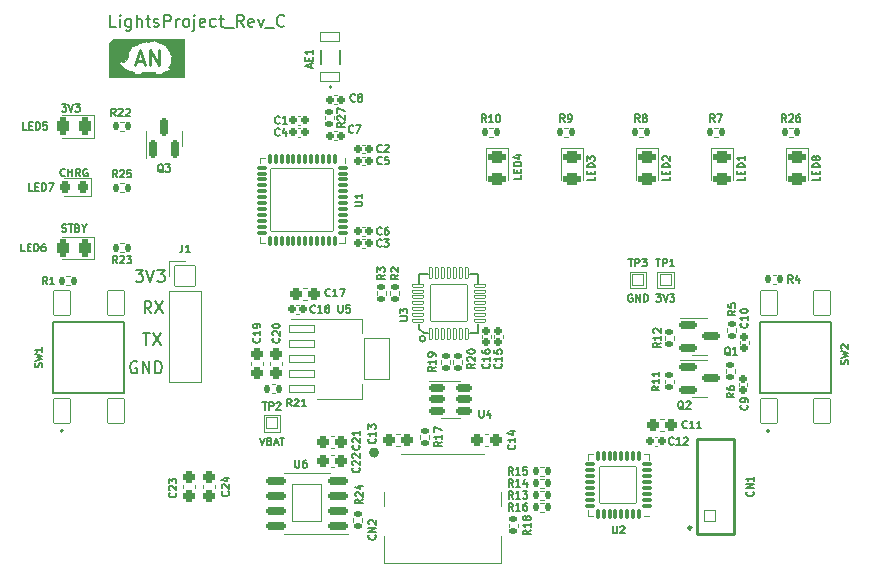
<source format=gto>
G04 #@! TF.GenerationSoftware,KiCad,Pcbnew,(6.0.0)*
G04 #@! TF.CreationDate,2022-02-07T18:43:46-08:00*
G04 #@! TF.ProjectId,LightsProject_Rev_C,4c696768-7473-4507-926f-6a6563745f52,rev?*
G04 #@! TF.SameCoordinates,Original*
G04 #@! TF.FileFunction,Legend,Top*
G04 #@! TF.FilePolarity,Positive*
%FSLAX46Y46*%
G04 Gerber Fmt 4.6, Leading zero omitted, Abs format (unit mm)*
G04 Created by KiCad (PCBNEW (6.0.0)) date 2022-02-07 18:43:46*
%MOMM*%
%LPD*%
G01*
G04 APERTURE LIST*
G04 Aperture macros list*
%AMRoundRect*
0 Rectangle with rounded corners*
0 $1 Rounding radius*
0 $2 $3 $4 $5 $6 $7 $8 $9 X,Y pos of 4 corners*
0 Add a 4 corners polygon primitive as box body*
4,1,4,$2,$3,$4,$5,$6,$7,$8,$9,$2,$3,0*
0 Add four circle primitives for the rounded corners*
1,1,$1+$1,$2,$3*
1,1,$1+$1,$4,$5*
1,1,$1+$1,$6,$7*
1,1,$1+$1,$8,$9*
0 Add four rect primitives between the rounded corners*
20,1,$1+$1,$2,$3,$4,$5,0*
20,1,$1+$1,$4,$5,$6,$7,0*
20,1,$1+$1,$6,$7,$8,$9,0*
20,1,$1+$1,$8,$9,$2,$3,0*%
G04 Aperture macros list end*
%ADD10C,0.177800*%
%ADD11C,0.127000*%
%ADD12C,0.254000*%
%ADD13C,0.120000*%
%ADD14C,0.200000*%
%ADD15C,0.441000*%
%ADD16C,0.260000*%
%ADD17C,0.100000*%
%ADD18RoundRect,0.165400X-0.140000X-0.170000X0.140000X-0.170000X0.140000X0.170000X-0.140000X0.170000X0*%
%ADD19RoundRect,0.025400X-0.850000X-0.850000X0.850000X-0.850000X0.850000X0.850000X-0.850000X0.850000X0*%
%ADD20O,1.750800X1.750800*%
%ADD21RoundRect,0.160400X-0.185000X0.135000X-0.185000X-0.135000X0.185000X-0.135000X0.185000X0.135000X0*%
%ADD22C,2.250800*%
%ADD23RoundRect,0.025400X0.800000X-0.400000X0.800000X0.400000X-0.800000X0.400000X-0.800000X-0.400000X0*%
%ADD24RoundRect,0.160400X0.135000X0.185000X-0.135000X0.185000X-0.135000X-0.185000X0.135000X-0.185000X0*%
%ADD25C,0.736600*%
%ADD26O,1.350800X2.550800*%
%ADD27O,1.350800X3.250800*%
%ADD28RoundRect,0.165400X-0.170000X0.140000X-0.170000X-0.140000X0.170000X-0.140000X0.170000X0.140000X0*%
%ADD29RoundRect,0.025400X-0.500000X-0.500000X0.500000X-0.500000X0.500000X0.500000X-0.500000X0.500000X0*%
%ADD30RoundRect,0.175400X0.150000X-0.587500X0.150000X0.587500X-0.150000X0.587500X-0.150000X-0.587500X0*%
%ADD31RoundRect,0.250400X0.225000X0.250000X-0.225000X0.250000X-0.225000X-0.250000X0.225000X-0.250000X0*%
%ADD32RoundRect,0.250400X0.250000X-0.225000X0.250000X0.225000X-0.250000X0.225000X-0.250000X-0.225000X0*%
%ADD33RoundRect,0.250400X-0.225000X-0.250000X0.225000X-0.250000X0.225000X0.250000X-0.225000X0.250000X0*%
%ADD34RoundRect,0.160400X0.185000X-0.135000X0.185000X0.135000X-0.185000X0.135000X-0.185000X-0.135000X0*%
%ADD35RoundRect,0.269150X0.243750X0.456250X-0.243750X0.456250X-0.243750X-0.456250X0.243750X-0.456250X0*%
%ADD36RoundRect,0.269150X-0.456250X0.243750X-0.456250X-0.243750X0.456250X-0.243750X0.456250X0.243750X0*%
%ADD37RoundRect,0.250400X-0.250000X0.225000X-0.250000X-0.225000X0.250000X-0.225000X0.250000X0.225000X0*%
%ADD38RoundRect,0.244150X0.218750X0.256250X-0.218750X0.256250X-0.218750X-0.256250X0.218750X-0.256250X0*%
%ADD39RoundRect,0.175400X-0.512500X-0.150000X0.512500X-0.150000X0.512500X0.150000X-0.512500X0.150000X0*%
%ADD40RoundRect,0.025400X0.700000X-1.050000X0.700000X1.050000X-0.700000X1.050000X-0.700000X-1.050000X0*%
%ADD41RoundRect,0.160400X-0.135000X-0.185000X0.135000X-0.185000X0.135000X0.185000X-0.135000X0.185000X0*%
%ADD42RoundRect,0.175400X-0.587500X-0.150000X0.587500X-0.150000X0.587500X0.150000X-0.587500X0.150000X0*%
%ADD43RoundRect,0.025400X-1.100000X-0.300000X1.100000X-0.300000X1.100000X0.300000X-1.100000X0.300000X0*%
%ADD44RoundRect,0.025400X-1.075000X-1.725000X1.075000X-1.725000X1.075000X1.725000X-1.075000X1.725000X0*%
%ADD45RoundRect,0.025400X0.127000X-0.450000X0.127000X0.450000X-0.127000X0.450000X-0.127000X-0.450000X0*%
%ADD46RoundRect,0.025400X0.450000X-0.127000X0.450000X0.127000X-0.450000X0.127000X-0.450000X-0.127000X0*%
%ADD47RoundRect,0.025400X1.550000X-1.550000X1.550000X1.550000X-1.550000X1.550000X-1.550000X-1.550000X0*%
%ADD48RoundRect,0.175400X0.650000X0.150000X-0.650000X0.150000X-0.650000X-0.150000X0.650000X-0.150000X0*%
%ADD49RoundRect,0.025400X1.200000X1.600000X-1.200000X1.600000X-1.200000X-1.600000X1.200000X-1.600000X0*%
%ADD50RoundRect,0.087900X-0.062500X0.337500X-0.062500X-0.337500X0.062500X-0.337500X0.062500X0.337500X0*%
%ADD51RoundRect,0.087900X-0.337500X0.062500X-0.337500X-0.062500X0.337500X-0.062500X0.337500X0.062500X0*%
%ADD52RoundRect,0.025400X-2.650000X2.650000X-2.650000X-2.650000X2.650000X-2.650000X2.650000X2.650000X0*%
%ADD53RoundRect,0.165400X0.140000X0.170000X-0.140000X0.170000X-0.140000X-0.170000X0.140000X-0.170000X0*%
%ADD54RoundRect,0.025400X0.500000X-0.500000X0.500000X0.500000X-0.500000X0.500000X-0.500000X-0.500000X0*%
%ADD55C,1.050800*%
%ADD56RoundRect,0.087900X0.375000X0.062500X-0.375000X0.062500X-0.375000X-0.062500X0.375000X-0.062500X0*%
%ADD57RoundRect,0.087900X0.062500X0.375000X-0.062500X0.375000X-0.062500X-0.375000X0.062500X-0.375000X0*%
%ADD58RoundRect,0.025400X1.550000X1.550000X-1.550000X1.550000X-1.550000X-1.550000X1.550000X-1.550000X0*%
G04 APERTURE END LIST*
D10*
X115836095Y-58879619D02*
X115352285Y-58879619D01*
X115352285Y-57863619D01*
X116174761Y-58879619D02*
X116174761Y-58202285D01*
X116174761Y-57863619D02*
X116126380Y-57912000D01*
X116174761Y-57960380D01*
X116223142Y-57912000D01*
X116174761Y-57863619D01*
X116174761Y-57960380D01*
X117094000Y-58202285D02*
X117094000Y-59024761D01*
X117045619Y-59121523D01*
X116997238Y-59169904D01*
X116900476Y-59218285D01*
X116755333Y-59218285D01*
X116658571Y-59169904D01*
X117094000Y-58831238D02*
X116997238Y-58879619D01*
X116803714Y-58879619D01*
X116706952Y-58831238D01*
X116658571Y-58782857D01*
X116610190Y-58686095D01*
X116610190Y-58395809D01*
X116658571Y-58299047D01*
X116706952Y-58250666D01*
X116803714Y-58202285D01*
X116997238Y-58202285D01*
X117094000Y-58250666D01*
X117577809Y-58879619D02*
X117577809Y-57863619D01*
X118013238Y-58879619D02*
X118013238Y-58347428D01*
X117964857Y-58250666D01*
X117868095Y-58202285D01*
X117722952Y-58202285D01*
X117626190Y-58250666D01*
X117577809Y-58299047D01*
X118351904Y-58202285D02*
X118738952Y-58202285D01*
X118497047Y-57863619D02*
X118497047Y-58734476D01*
X118545428Y-58831238D01*
X118642190Y-58879619D01*
X118738952Y-58879619D01*
X119029238Y-58831238D02*
X119126000Y-58879619D01*
X119319523Y-58879619D01*
X119416285Y-58831238D01*
X119464666Y-58734476D01*
X119464666Y-58686095D01*
X119416285Y-58589333D01*
X119319523Y-58540952D01*
X119174380Y-58540952D01*
X119077619Y-58492571D01*
X119029238Y-58395809D01*
X119029238Y-58347428D01*
X119077619Y-58250666D01*
X119174380Y-58202285D01*
X119319523Y-58202285D01*
X119416285Y-58250666D01*
X119900095Y-58879619D02*
X119900095Y-57863619D01*
X120287142Y-57863619D01*
X120383904Y-57912000D01*
X120432285Y-57960380D01*
X120480666Y-58057142D01*
X120480666Y-58202285D01*
X120432285Y-58299047D01*
X120383904Y-58347428D01*
X120287142Y-58395809D01*
X119900095Y-58395809D01*
X120916095Y-58879619D02*
X120916095Y-58202285D01*
X120916095Y-58395809D02*
X120964476Y-58299047D01*
X121012857Y-58250666D01*
X121109619Y-58202285D01*
X121206380Y-58202285D01*
X121690190Y-58879619D02*
X121593428Y-58831238D01*
X121545047Y-58782857D01*
X121496666Y-58686095D01*
X121496666Y-58395809D01*
X121545047Y-58299047D01*
X121593428Y-58250666D01*
X121690190Y-58202285D01*
X121835333Y-58202285D01*
X121932095Y-58250666D01*
X121980476Y-58299047D01*
X122028857Y-58395809D01*
X122028857Y-58686095D01*
X121980476Y-58782857D01*
X121932095Y-58831238D01*
X121835333Y-58879619D01*
X121690190Y-58879619D01*
X122464285Y-58202285D02*
X122464285Y-59073142D01*
X122415904Y-59169904D01*
X122319142Y-59218285D01*
X122270761Y-59218285D01*
X122464285Y-57863619D02*
X122415904Y-57912000D01*
X122464285Y-57960380D01*
X122512666Y-57912000D01*
X122464285Y-57863619D01*
X122464285Y-57960380D01*
X123335142Y-58831238D02*
X123238380Y-58879619D01*
X123044857Y-58879619D01*
X122948095Y-58831238D01*
X122899714Y-58734476D01*
X122899714Y-58347428D01*
X122948095Y-58250666D01*
X123044857Y-58202285D01*
X123238380Y-58202285D01*
X123335142Y-58250666D01*
X123383523Y-58347428D01*
X123383523Y-58444190D01*
X122899714Y-58540952D01*
X124254380Y-58831238D02*
X124157619Y-58879619D01*
X123964095Y-58879619D01*
X123867333Y-58831238D01*
X123818952Y-58782857D01*
X123770571Y-58686095D01*
X123770571Y-58395809D01*
X123818952Y-58299047D01*
X123867333Y-58250666D01*
X123964095Y-58202285D01*
X124157619Y-58202285D01*
X124254380Y-58250666D01*
X124544666Y-58202285D02*
X124931714Y-58202285D01*
X124689809Y-57863619D02*
X124689809Y-58734476D01*
X124738190Y-58831238D01*
X124834952Y-58879619D01*
X124931714Y-58879619D01*
X125028476Y-58976380D02*
X125802571Y-58976380D01*
X126625047Y-58879619D02*
X126286380Y-58395809D01*
X126044476Y-58879619D02*
X126044476Y-57863619D01*
X126431523Y-57863619D01*
X126528285Y-57912000D01*
X126576666Y-57960380D01*
X126625047Y-58057142D01*
X126625047Y-58202285D01*
X126576666Y-58299047D01*
X126528285Y-58347428D01*
X126431523Y-58395809D01*
X126044476Y-58395809D01*
X127447523Y-58831238D02*
X127350761Y-58879619D01*
X127157238Y-58879619D01*
X127060476Y-58831238D01*
X127012095Y-58734476D01*
X127012095Y-58347428D01*
X127060476Y-58250666D01*
X127157238Y-58202285D01*
X127350761Y-58202285D01*
X127447523Y-58250666D01*
X127495904Y-58347428D01*
X127495904Y-58444190D01*
X127012095Y-58540952D01*
X127834571Y-58202285D02*
X128076476Y-58879619D01*
X128318380Y-58202285D01*
X128463523Y-58976380D02*
X129237619Y-58976380D01*
X130060095Y-58782857D02*
X130011714Y-58831238D01*
X129866571Y-58879619D01*
X129769809Y-58879619D01*
X129624666Y-58831238D01*
X129527904Y-58734476D01*
X129479523Y-58637714D01*
X129431142Y-58444190D01*
X129431142Y-58299047D01*
X129479523Y-58105523D01*
X129527904Y-58008761D01*
X129624666Y-57912000D01*
X129769809Y-57863619D01*
X129866571Y-57863619D01*
X130011714Y-57912000D01*
X130060095Y-57960380D01*
X117589904Y-87249000D02*
X117493142Y-87200619D01*
X117348000Y-87200619D01*
X117202857Y-87249000D01*
X117106095Y-87345761D01*
X117057714Y-87442523D01*
X117009333Y-87636047D01*
X117009333Y-87781190D01*
X117057714Y-87974714D01*
X117106095Y-88071476D01*
X117202857Y-88168238D01*
X117348000Y-88216619D01*
X117444761Y-88216619D01*
X117589904Y-88168238D01*
X117638285Y-88119857D01*
X117638285Y-87781190D01*
X117444761Y-87781190D01*
X118073714Y-88216619D02*
X118073714Y-87200619D01*
X118654285Y-88216619D01*
X118654285Y-87200619D01*
X119138095Y-88216619D02*
X119138095Y-87200619D01*
X119380000Y-87200619D01*
X119525142Y-87249000D01*
X119621904Y-87345761D01*
X119670285Y-87442523D01*
X119718666Y-87636047D01*
X119718666Y-87781190D01*
X119670285Y-87974714D01*
X119621904Y-88071476D01*
X119525142Y-88168238D01*
X119380000Y-88216619D01*
X119138095Y-88216619D01*
X118097904Y-84787619D02*
X118678476Y-84787619D01*
X118388190Y-85803619D02*
X118388190Y-84787619D01*
X118920380Y-84787619D02*
X119597714Y-85803619D01*
X119597714Y-84787619D02*
X118920380Y-85803619D01*
X117487095Y-79453619D02*
X118116047Y-79453619D01*
X117777380Y-79840666D01*
X117922523Y-79840666D01*
X118019285Y-79889047D01*
X118067666Y-79937428D01*
X118116047Y-80034190D01*
X118116047Y-80276095D01*
X118067666Y-80372857D01*
X118019285Y-80421238D01*
X117922523Y-80469619D01*
X117632238Y-80469619D01*
X117535476Y-80421238D01*
X117487095Y-80372857D01*
X118406333Y-79453619D02*
X118745000Y-80469619D01*
X119083666Y-79453619D01*
X119325571Y-79453619D02*
X119954523Y-79453619D01*
X119615857Y-79840666D01*
X119761000Y-79840666D01*
X119857761Y-79889047D01*
X119906142Y-79937428D01*
X119954523Y-80034190D01*
X119954523Y-80276095D01*
X119906142Y-80372857D01*
X119857761Y-80421238D01*
X119761000Y-80469619D01*
X119470714Y-80469619D01*
X119373952Y-80421238D01*
X119325571Y-80372857D01*
X118829666Y-83136619D02*
X118491000Y-82652809D01*
X118249095Y-83136619D02*
X118249095Y-82120619D01*
X118636142Y-82120619D01*
X118732904Y-82169000D01*
X118781285Y-82217380D01*
X118829666Y-82314142D01*
X118829666Y-82459285D01*
X118781285Y-82556047D01*
X118732904Y-82604428D01*
X118636142Y-82652809D01*
X118249095Y-82652809D01*
X119168333Y-82120619D02*
X119845666Y-83136619D01*
X119845666Y-82120619D02*
X119168333Y-83136619D01*
D11*
X136073166Y-65145785D02*
X136042928Y-65176023D01*
X135952214Y-65206261D01*
X135891738Y-65206261D01*
X135801023Y-65176023D01*
X135740547Y-65115547D01*
X135710309Y-65055071D01*
X135680071Y-64934119D01*
X135680071Y-64843404D01*
X135710309Y-64722452D01*
X135740547Y-64661976D01*
X135801023Y-64601500D01*
X135891738Y-64571261D01*
X135952214Y-64571261D01*
X136042928Y-64601500D01*
X136073166Y-64631738D01*
X136436023Y-64843404D02*
X136375547Y-64813166D01*
X136345309Y-64782928D01*
X136315071Y-64722452D01*
X136315071Y-64692214D01*
X136345309Y-64631738D01*
X136375547Y-64601500D01*
X136436023Y-64571261D01*
X136556976Y-64571261D01*
X136617452Y-64601500D01*
X136647690Y-64631738D01*
X136677928Y-64692214D01*
X136677928Y-64722452D01*
X136647690Y-64782928D01*
X136617452Y-64813166D01*
X136556976Y-64843404D01*
X136436023Y-64843404D01*
X136375547Y-64873642D01*
X136345309Y-64903880D01*
X136315071Y-64964357D01*
X136315071Y-65085309D01*
X136345309Y-65145785D01*
X136375547Y-65176023D01*
X136436023Y-65206261D01*
X136556976Y-65206261D01*
X136617452Y-65176023D01*
X136647690Y-65145785D01*
X136677928Y-65085309D01*
X136677928Y-64964357D01*
X136647690Y-64903880D01*
X136617452Y-64873642D01*
X136556976Y-64843404D01*
X121454333Y-77342261D02*
X121454333Y-77795833D01*
X121424095Y-77886547D01*
X121363619Y-77947023D01*
X121272904Y-77977261D01*
X121212428Y-77977261D01*
X122089333Y-77977261D02*
X121726476Y-77977261D01*
X121907904Y-77977261D02*
X121907904Y-77342261D01*
X121847428Y-77432976D01*
X121786952Y-77493452D01*
X121726476Y-77523690D01*
X168181261Y-89894833D02*
X167878880Y-90106500D01*
X168181261Y-90257690D02*
X167546261Y-90257690D01*
X167546261Y-90015785D01*
X167576500Y-89955309D01*
X167606738Y-89925071D01*
X167667214Y-89894833D01*
X167757928Y-89894833D01*
X167818404Y-89925071D01*
X167848642Y-89955309D01*
X167878880Y-90015785D01*
X167878880Y-90257690D01*
X167546261Y-89350547D02*
X167546261Y-89471500D01*
X167576500Y-89531976D01*
X167606738Y-89562214D01*
X167697452Y-89622690D01*
X167818404Y-89652928D01*
X168060309Y-89652928D01*
X168120785Y-89622690D01*
X168151023Y-89592452D01*
X168181261Y-89531976D01*
X168181261Y-89411023D01*
X168151023Y-89350547D01*
X168120785Y-89320309D01*
X168060309Y-89290071D01*
X167909119Y-89290071D01*
X167848642Y-89320309D01*
X167818404Y-89350547D01*
X167788166Y-89411023D01*
X167788166Y-89531976D01*
X167818404Y-89592452D01*
X167848642Y-89622690D01*
X167909119Y-89652928D01*
X132312833Y-62335833D02*
X132312833Y-62033452D01*
X132494261Y-62396309D02*
X131859261Y-62184642D01*
X132494261Y-61972976D01*
X132161642Y-61761309D02*
X132161642Y-61549642D01*
X132494261Y-61458928D02*
X132494261Y-61761309D01*
X131859261Y-61761309D01*
X131859261Y-61458928D01*
X132494261Y-60854166D02*
X132494261Y-61217023D01*
X132494261Y-61035595D02*
X131859261Y-61035595D01*
X131949976Y-61096071D01*
X132010452Y-61156547D01*
X132040690Y-61217023D01*
X149451785Y-96807261D02*
X149240119Y-96504880D01*
X149088928Y-96807261D02*
X149088928Y-96172261D01*
X149330833Y-96172261D01*
X149391309Y-96202500D01*
X149421547Y-96232738D01*
X149451785Y-96293214D01*
X149451785Y-96383928D01*
X149421547Y-96444404D01*
X149391309Y-96474642D01*
X149330833Y-96504880D01*
X149088928Y-96504880D01*
X150056547Y-96807261D02*
X149693690Y-96807261D01*
X149875119Y-96807261D02*
X149875119Y-96172261D01*
X149814642Y-96262976D01*
X149754166Y-96323452D01*
X149693690Y-96353690D01*
X150631071Y-96172261D02*
X150328690Y-96172261D01*
X150298452Y-96474642D01*
X150328690Y-96444404D01*
X150389166Y-96414166D01*
X150540357Y-96414166D01*
X150600833Y-96444404D01*
X150631071Y-96474642D01*
X150661309Y-96535119D01*
X150661309Y-96686309D01*
X150631071Y-96746785D01*
X150600833Y-96777023D01*
X150540357Y-96807261D01*
X150389166Y-96807261D01*
X150328690Y-96777023D01*
X150298452Y-96746785D01*
X137767785Y-101911452D02*
X137798023Y-101941690D01*
X137828261Y-102032404D01*
X137828261Y-102092880D01*
X137798023Y-102183595D01*
X137737547Y-102244071D01*
X137677071Y-102274309D01*
X137556119Y-102304547D01*
X137465404Y-102304547D01*
X137344452Y-102274309D01*
X137283976Y-102244071D01*
X137223500Y-102183595D01*
X137193261Y-102092880D01*
X137193261Y-102032404D01*
X137223500Y-101941690D01*
X137253738Y-101911452D01*
X137828261Y-101639309D02*
X137193261Y-101639309D01*
X137828261Y-101276452D01*
X137193261Y-101276452D01*
X137253738Y-101004309D02*
X137223500Y-100974071D01*
X137193261Y-100913595D01*
X137193261Y-100762404D01*
X137223500Y-100701928D01*
X137253738Y-100671690D01*
X137314214Y-100641452D01*
X137374690Y-100641452D01*
X137465404Y-100671690D01*
X137828261Y-101034547D01*
X137828261Y-100641452D01*
X110003166Y-80678261D02*
X109791500Y-80375880D01*
X109640309Y-80678261D02*
X109640309Y-80043261D01*
X109882214Y-80043261D01*
X109942690Y-80073500D01*
X109972928Y-80103738D01*
X110003166Y-80164214D01*
X110003166Y-80254928D01*
X109972928Y-80315404D01*
X109942690Y-80345642D01*
X109882214Y-80375880D01*
X109640309Y-80375880D01*
X110607928Y-80678261D02*
X110245071Y-80678261D01*
X110426500Y-80678261D02*
X110426500Y-80043261D01*
X110366023Y-80133976D01*
X110305547Y-80194452D01*
X110245071Y-80224690D01*
X147419785Y-87403214D02*
X147450023Y-87433452D01*
X147480261Y-87524166D01*
X147480261Y-87584642D01*
X147450023Y-87675357D01*
X147389547Y-87735833D01*
X147329071Y-87766071D01*
X147208119Y-87796309D01*
X147117404Y-87796309D01*
X146996452Y-87766071D01*
X146935976Y-87735833D01*
X146875500Y-87675357D01*
X146845261Y-87584642D01*
X146845261Y-87524166D01*
X146875500Y-87433452D01*
X146905738Y-87403214D01*
X147480261Y-86798452D02*
X147480261Y-87161309D01*
X147480261Y-86979880D02*
X146845261Y-86979880D01*
X146935976Y-87040357D01*
X146996452Y-87100833D01*
X147026690Y-87161309D01*
X146845261Y-86254166D02*
X146845261Y-86375119D01*
X146875500Y-86435595D01*
X146905738Y-86465833D01*
X146996452Y-86526309D01*
X147117404Y-86556547D01*
X147359309Y-86556547D01*
X147419785Y-86526309D01*
X147450023Y-86496071D01*
X147480261Y-86435595D01*
X147480261Y-86314642D01*
X147450023Y-86254166D01*
X147419785Y-86223928D01*
X147359309Y-86193690D01*
X147208119Y-86193690D01*
X147147642Y-86223928D01*
X147117404Y-86254166D01*
X147087166Y-86314642D01*
X147087166Y-86435595D01*
X147117404Y-86496071D01*
X147147642Y-86526309D01*
X147208119Y-86556547D01*
X169263785Y-90910833D02*
X169294023Y-90941071D01*
X169324261Y-91031785D01*
X169324261Y-91092261D01*
X169294023Y-91182976D01*
X169233547Y-91243452D01*
X169173071Y-91273690D01*
X169052119Y-91303928D01*
X168961404Y-91303928D01*
X168840452Y-91273690D01*
X168779976Y-91243452D01*
X168719500Y-91182976D01*
X168689261Y-91092261D01*
X168689261Y-91031785D01*
X168719500Y-90941071D01*
X168749738Y-90910833D01*
X169324261Y-90608452D02*
X169324261Y-90487500D01*
X169294023Y-90427023D01*
X169263785Y-90396785D01*
X169173071Y-90336309D01*
X169052119Y-90306071D01*
X168810214Y-90306071D01*
X168749738Y-90336309D01*
X168719500Y-90366547D01*
X168689261Y-90427023D01*
X168689261Y-90547976D01*
X168719500Y-90608452D01*
X168749738Y-90638690D01*
X168810214Y-90668928D01*
X168961404Y-90668928D01*
X169021880Y-90638690D01*
X169052119Y-90608452D01*
X169082357Y-90547976D01*
X169082357Y-90427023D01*
X169052119Y-90366547D01*
X169021880Y-90336309D01*
X168961404Y-90306071D01*
X161557383Y-78520244D02*
X161920240Y-78520244D01*
X161738812Y-79155244D02*
X161738812Y-78520244D01*
X162131907Y-79155244D02*
X162131907Y-78520244D01*
X162373812Y-78520244D01*
X162434288Y-78550483D01*
X162464526Y-78580721D01*
X162494764Y-78641197D01*
X162494764Y-78731911D01*
X162464526Y-78792387D01*
X162434288Y-78822625D01*
X162373812Y-78852863D01*
X162131907Y-78852863D01*
X163099526Y-79155244D02*
X162736669Y-79155244D01*
X162918097Y-79155244D02*
X162918097Y-78520244D01*
X162857621Y-78610959D01*
X162797145Y-78671435D01*
X162736669Y-78701673D01*
X161572502Y-81518244D02*
X161965597Y-81518244D01*
X161753931Y-81760149D01*
X161844645Y-81760149D01*
X161905121Y-81790387D01*
X161935359Y-81820625D01*
X161965597Y-81881102D01*
X161965597Y-82032292D01*
X161935359Y-82092768D01*
X161905121Y-82123006D01*
X161844645Y-82153244D01*
X161663216Y-82153244D01*
X161602740Y-82123006D01*
X161572502Y-82092768D01*
X162147026Y-81518244D02*
X162358693Y-82153244D01*
X162570359Y-81518244D01*
X162721550Y-81518244D02*
X163114645Y-81518244D01*
X162902978Y-81760149D01*
X162993693Y-81760149D01*
X163054169Y-81790387D01*
X163084407Y-81820625D01*
X163114645Y-81881102D01*
X163114645Y-82032292D01*
X163084407Y-82092768D01*
X163054169Y-82123006D01*
X162993693Y-82153244D01*
X162812264Y-82153244D01*
X162751788Y-82123006D01*
X162721550Y-82092768D01*
X119827523Y-71213738D02*
X119767047Y-71183500D01*
X119706571Y-71123023D01*
X119615857Y-71032309D01*
X119555380Y-71002071D01*
X119494904Y-71002071D01*
X119525142Y-71153261D02*
X119464666Y-71123023D01*
X119404190Y-71062547D01*
X119373952Y-70941595D01*
X119373952Y-70729928D01*
X119404190Y-70608976D01*
X119464666Y-70548500D01*
X119525142Y-70518261D01*
X119646095Y-70518261D01*
X119706571Y-70548500D01*
X119767047Y-70608976D01*
X119797285Y-70729928D01*
X119797285Y-70941595D01*
X119767047Y-71062547D01*
X119706571Y-71123023D01*
X119646095Y-71153261D01*
X119525142Y-71153261D01*
X120008952Y-70518261D02*
X120402047Y-70518261D01*
X120190380Y-70760166D01*
X120281095Y-70760166D01*
X120341571Y-70790404D01*
X120371809Y-70820642D01*
X120402047Y-70881119D01*
X120402047Y-71032309D01*
X120371809Y-71092785D01*
X120341571Y-71123023D01*
X120281095Y-71153261D01*
X120099666Y-71153261D01*
X120039190Y-71123023D01*
X120008952Y-71092785D01*
X136405785Y-94299214D02*
X136436023Y-94329452D01*
X136466261Y-94420166D01*
X136466261Y-94480642D01*
X136436023Y-94571357D01*
X136375547Y-94631833D01*
X136315071Y-94662071D01*
X136194119Y-94692309D01*
X136103404Y-94692309D01*
X135982452Y-94662071D01*
X135921976Y-94631833D01*
X135861500Y-94571357D01*
X135831261Y-94480642D01*
X135831261Y-94420166D01*
X135861500Y-94329452D01*
X135891738Y-94299214D01*
X135891738Y-94057309D02*
X135861500Y-94027071D01*
X135831261Y-93966595D01*
X135831261Y-93815404D01*
X135861500Y-93754928D01*
X135891738Y-93724690D01*
X135952214Y-93694452D01*
X136012690Y-93694452D01*
X136103404Y-93724690D01*
X136466261Y-94087547D01*
X136466261Y-93694452D01*
X136466261Y-93089690D02*
X136466261Y-93452547D01*
X136466261Y-93271119D02*
X135831261Y-93271119D01*
X135921976Y-93331595D01*
X135982452Y-93392071D01*
X136012690Y-93452547D01*
X129639785Y-85244214D02*
X129670023Y-85274452D01*
X129700261Y-85365166D01*
X129700261Y-85425642D01*
X129670023Y-85516357D01*
X129609547Y-85576833D01*
X129549071Y-85607071D01*
X129428119Y-85637309D01*
X129337404Y-85637309D01*
X129216452Y-85607071D01*
X129155976Y-85576833D01*
X129095500Y-85516357D01*
X129065261Y-85425642D01*
X129065261Y-85365166D01*
X129095500Y-85274452D01*
X129125738Y-85244214D01*
X129125738Y-85002309D02*
X129095500Y-84972071D01*
X129065261Y-84911595D01*
X129065261Y-84760404D01*
X129095500Y-84699928D01*
X129125738Y-84669690D01*
X129186214Y-84639452D01*
X129246690Y-84639452D01*
X129337404Y-84669690D01*
X129700261Y-85032547D01*
X129700261Y-84639452D01*
X129065261Y-84246357D02*
X129065261Y-84185880D01*
X129095500Y-84125404D01*
X129125738Y-84095166D01*
X129186214Y-84064928D01*
X129307166Y-84034690D01*
X129458357Y-84034690D01*
X129579309Y-84064928D01*
X129639785Y-84095166D01*
X129670023Y-84125404D01*
X129700261Y-84185880D01*
X129700261Y-84246357D01*
X129670023Y-84306833D01*
X129639785Y-84337071D01*
X129579309Y-84367309D01*
X129458357Y-84397547D01*
X129307166Y-84397547D01*
X129186214Y-84367309D01*
X129125738Y-84337071D01*
X129095500Y-84306833D01*
X129065261Y-84246357D01*
X115796785Y-66454261D02*
X115585119Y-66151880D01*
X115433928Y-66454261D02*
X115433928Y-65819261D01*
X115675833Y-65819261D01*
X115736309Y-65849500D01*
X115766547Y-65879738D01*
X115796785Y-65940214D01*
X115796785Y-66030928D01*
X115766547Y-66091404D01*
X115736309Y-66121642D01*
X115675833Y-66151880D01*
X115433928Y-66151880D01*
X116038690Y-65879738D02*
X116068928Y-65849500D01*
X116129404Y-65819261D01*
X116280595Y-65819261D01*
X116341071Y-65849500D01*
X116371309Y-65879738D01*
X116401547Y-65940214D01*
X116401547Y-66000690D01*
X116371309Y-66091404D01*
X116008452Y-66454261D01*
X116401547Y-66454261D01*
X116643452Y-65879738D02*
X116673690Y-65849500D01*
X116734166Y-65819261D01*
X116885357Y-65819261D01*
X116945833Y-65849500D01*
X116976071Y-65879738D01*
X117006309Y-65940214D01*
X117006309Y-66000690D01*
X116976071Y-66091404D01*
X116613214Y-66454261D01*
X117006309Y-66454261D01*
X132687785Y-83030785D02*
X132657547Y-83061023D01*
X132566833Y-83091261D01*
X132506357Y-83091261D01*
X132415642Y-83061023D01*
X132355166Y-83000547D01*
X132324928Y-82940071D01*
X132294690Y-82819119D01*
X132294690Y-82728404D01*
X132324928Y-82607452D01*
X132355166Y-82546976D01*
X132415642Y-82486500D01*
X132506357Y-82456261D01*
X132566833Y-82456261D01*
X132657547Y-82486500D01*
X132687785Y-82516738D01*
X133292547Y-83091261D02*
X132929690Y-83091261D01*
X133111119Y-83091261D02*
X133111119Y-82456261D01*
X133050642Y-82546976D01*
X132990166Y-82607452D01*
X132929690Y-82637690D01*
X133655404Y-82728404D02*
X133594928Y-82698166D01*
X133564690Y-82667928D01*
X133534452Y-82607452D01*
X133534452Y-82577214D01*
X133564690Y-82516738D01*
X133594928Y-82486500D01*
X133655404Y-82456261D01*
X133776357Y-82456261D01*
X133836833Y-82486500D01*
X133867071Y-82516738D01*
X133897309Y-82577214D01*
X133897309Y-82607452D01*
X133867071Y-82667928D01*
X133836833Y-82698166D01*
X133776357Y-82728404D01*
X133655404Y-82728404D01*
X133594928Y-82758642D01*
X133564690Y-82788880D01*
X133534452Y-82849357D01*
X133534452Y-82970309D01*
X133564690Y-83030785D01*
X133594928Y-83061023D01*
X133655404Y-83091261D01*
X133776357Y-83091261D01*
X133836833Y-83061023D01*
X133867071Y-83030785D01*
X133897309Y-82970309D01*
X133897309Y-82849357D01*
X133867071Y-82788880D01*
X133836833Y-82758642D01*
X133776357Y-82728404D01*
X135196261Y-66978214D02*
X134893880Y-67189880D01*
X135196261Y-67341071D02*
X134561261Y-67341071D01*
X134561261Y-67099166D01*
X134591500Y-67038690D01*
X134621738Y-67008452D01*
X134682214Y-66978214D01*
X134772928Y-66978214D01*
X134833404Y-67008452D01*
X134863642Y-67038690D01*
X134893880Y-67099166D01*
X134893880Y-67341071D01*
X134621738Y-66736309D02*
X134591500Y-66706071D01*
X134561261Y-66645595D01*
X134561261Y-66494404D01*
X134591500Y-66433928D01*
X134621738Y-66403690D01*
X134682214Y-66373452D01*
X134742690Y-66373452D01*
X134833404Y-66403690D01*
X135196261Y-66766547D01*
X135196261Y-66373452D01*
X134561261Y-66161785D02*
X134561261Y-65738452D01*
X135196261Y-66010595D01*
X133957785Y-81633785D02*
X133927547Y-81664023D01*
X133836833Y-81694261D01*
X133776357Y-81694261D01*
X133685642Y-81664023D01*
X133625166Y-81603547D01*
X133594928Y-81543071D01*
X133564690Y-81422119D01*
X133564690Y-81331404D01*
X133594928Y-81210452D01*
X133625166Y-81149976D01*
X133685642Y-81089500D01*
X133776357Y-81059261D01*
X133836833Y-81059261D01*
X133927547Y-81089500D01*
X133957785Y-81119738D01*
X134562547Y-81694261D02*
X134199690Y-81694261D01*
X134381119Y-81694261D02*
X134381119Y-81059261D01*
X134320642Y-81149976D01*
X134260166Y-81210452D01*
X134199690Y-81240690D01*
X134774214Y-81059261D02*
X135197547Y-81059261D01*
X134925404Y-81694261D01*
X137767785Y-93753214D02*
X137798023Y-93783452D01*
X137828261Y-93874166D01*
X137828261Y-93934642D01*
X137798023Y-94025357D01*
X137737547Y-94085833D01*
X137677071Y-94116071D01*
X137556119Y-94146309D01*
X137465404Y-94146309D01*
X137344452Y-94116071D01*
X137283976Y-94085833D01*
X137223500Y-94025357D01*
X137193261Y-93934642D01*
X137193261Y-93874166D01*
X137223500Y-93783452D01*
X137253738Y-93753214D01*
X137828261Y-93148452D02*
X137828261Y-93511309D01*
X137828261Y-93329880D02*
X137193261Y-93329880D01*
X137283976Y-93390357D01*
X137344452Y-93450833D01*
X137374690Y-93511309D01*
X137193261Y-92936785D02*
X137193261Y-92543690D01*
X137435166Y-92755357D01*
X137435166Y-92664642D01*
X137465404Y-92604166D01*
X137495642Y-92573928D01*
X137556119Y-92543690D01*
X137707309Y-92543690D01*
X137767785Y-92573928D01*
X137798023Y-92604166D01*
X137828261Y-92664642D01*
X137828261Y-92846071D01*
X137798023Y-92906547D01*
X137767785Y-92936785D01*
X148435785Y-87403214D02*
X148466023Y-87433452D01*
X148496261Y-87524166D01*
X148496261Y-87584642D01*
X148466023Y-87675357D01*
X148405547Y-87735833D01*
X148345071Y-87766071D01*
X148224119Y-87796309D01*
X148133404Y-87796309D01*
X148012452Y-87766071D01*
X147951976Y-87735833D01*
X147891500Y-87675357D01*
X147861261Y-87584642D01*
X147861261Y-87524166D01*
X147891500Y-87433452D01*
X147921738Y-87403214D01*
X148496261Y-86798452D02*
X148496261Y-87161309D01*
X148496261Y-86979880D02*
X147861261Y-86979880D01*
X147951976Y-87040357D01*
X148012452Y-87100833D01*
X148042690Y-87161309D01*
X147861261Y-86223928D02*
X147861261Y-86526309D01*
X148163642Y-86556547D01*
X148133404Y-86526309D01*
X148103166Y-86465833D01*
X148103166Y-86314642D01*
X148133404Y-86254166D01*
X148163642Y-86223928D01*
X148224119Y-86193690D01*
X148375309Y-86193690D01*
X148435785Y-86223928D01*
X148466023Y-86254166D01*
X148496261Y-86314642D01*
X148496261Y-86465833D01*
X148466023Y-86526309D01*
X148435785Y-86556547D01*
X143416261Y-94007214D02*
X143113880Y-94218880D01*
X143416261Y-94370071D02*
X142781261Y-94370071D01*
X142781261Y-94128166D01*
X142811500Y-94067690D01*
X142841738Y-94037452D01*
X142902214Y-94007214D01*
X142992928Y-94007214D01*
X143053404Y-94037452D01*
X143083642Y-94067690D01*
X143113880Y-94128166D01*
X143113880Y-94370071D01*
X143416261Y-93402452D02*
X143416261Y-93765309D01*
X143416261Y-93583880D02*
X142781261Y-93583880D01*
X142871976Y-93644357D01*
X142932452Y-93704833D01*
X142962690Y-93765309D01*
X142781261Y-93190785D02*
X142781261Y-92767452D01*
X143416261Y-93039595D01*
X108255404Y-67597261D02*
X107953023Y-67597261D01*
X107953023Y-66962261D01*
X108467071Y-67264642D02*
X108678738Y-67264642D01*
X108769452Y-67597261D02*
X108467071Y-67597261D01*
X108467071Y-66962261D01*
X108769452Y-66962261D01*
X109041595Y-67597261D02*
X109041595Y-66962261D01*
X109192785Y-66962261D01*
X109283500Y-66992500D01*
X109343976Y-67052976D01*
X109374214Y-67113452D01*
X109404452Y-67234404D01*
X109404452Y-67325119D01*
X109374214Y-67446071D01*
X109343976Y-67506547D01*
X109283500Y-67567023D01*
X109192785Y-67597261D01*
X109041595Y-67597261D01*
X109978976Y-66962261D02*
X109676595Y-66962261D01*
X109646357Y-67264642D01*
X109676595Y-67234404D01*
X109737071Y-67204166D01*
X109888261Y-67204166D01*
X109948738Y-67234404D01*
X109978976Y-67264642D01*
X110009214Y-67325119D01*
X110009214Y-67476309D01*
X109978976Y-67536785D01*
X109948738Y-67567023D01*
X109888261Y-67597261D01*
X109737071Y-67597261D01*
X109676595Y-67567023D01*
X109646357Y-67536785D01*
X111227809Y-65438261D02*
X111620904Y-65438261D01*
X111409238Y-65680166D01*
X111499952Y-65680166D01*
X111560428Y-65710404D01*
X111590666Y-65740642D01*
X111620904Y-65801119D01*
X111620904Y-65952309D01*
X111590666Y-66012785D01*
X111560428Y-66043023D01*
X111499952Y-66073261D01*
X111318523Y-66073261D01*
X111258047Y-66043023D01*
X111227809Y-66012785D01*
X111802333Y-65438261D02*
X112014000Y-66073261D01*
X112225666Y-65438261D01*
X112376857Y-65438261D02*
X112769952Y-65438261D01*
X112558285Y-65680166D01*
X112649000Y-65680166D01*
X112709476Y-65710404D01*
X112739714Y-65740642D01*
X112769952Y-65801119D01*
X112769952Y-65952309D01*
X112739714Y-66012785D01*
X112709476Y-66043023D01*
X112649000Y-66073261D01*
X112467571Y-66073261D01*
X112407095Y-66043023D01*
X112376857Y-66012785D01*
X156369261Y-71576595D02*
X156369261Y-71878976D01*
X155734261Y-71878976D01*
X156036642Y-71364928D02*
X156036642Y-71153261D01*
X156369261Y-71062547D02*
X156369261Y-71364928D01*
X155734261Y-71364928D01*
X155734261Y-71062547D01*
X156369261Y-70790404D02*
X155734261Y-70790404D01*
X155734261Y-70639214D01*
X155764500Y-70548500D01*
X155824976Y-70488023D01*
X155885452Y-70457785D01*
X156006404Y-70427547D01*
X156097119Y-70427547D01*
X156218071Y-70457785D01*
X156278547Y-70488023D01*
X156339023Y-70548500D01*
X156369261Y-70639214D01*
X156369261Y-70790404D01*
X155734261Y-70215880D02*
X155734261Y-69822785D01*
X155976166Y-70034452D01*
X155976166Y-69943738D01*
X156006404Y-69883261D01*
X156036642Y-69853023D01*
X156097119Y-69822785D01*
X156248309Y-69822785D01*
X156308785Y-69853023D01*
X156339023Y-69883261D01*
X156369261Y-69943738D01*
X156369261Y-70125166D01*
X156339023Y-70185642D01*
X156308785Y-70215880D01*
X125354785Y-98211214D02*
X125385023Y-98241452D01*
X125415261Y-98332166D01*
X125415261Y-98392642D01*
X125385023Y-98483357D01*
X125324547Y-98543833D01*
X125264071Y-98574071D01*
X125143119Y-98604309D01*
X125052404Y-98604309D01*
X124931452Y-98574071D01*
X124870976Y-98543833D01*
X124810500Y-98483357D01*
X124780261Y-98392642D01*
X124780261Y-98332166D01*
X124810500Y-98241452D01*
X124840738Y-98211214D01*
X124840738Y-97969309D02*
X124810500Y-97939071D01*
X124780261Y-97878595D01*
X124780261Y-97727404D01*
X124810500Y-97666928D01*
X124840738Y-97636690D01*
X124901214Y-97606452D01*
X124961690Y-97606452D01*
X125052404Y-97636690D01*
X125415261Y-97999547D01*
X125415261Y-97606452D01*
X124991928Y-97062166D02*
X125415261Y-97062166D01*
X124750023Y-97213357D02*
X125203595Y-97364547D01*
X125203595Y-96971452D01*
X108763404Y-72740761D02*
X108461023Y-72740761D01*
X108461023Y-72105761D01*
X108975071Y-72408142D02*
X109186738Y-72408142D01*
X109277452Y-72740761D02*
X108975071Y-72740761D01*
X108975071Y-72105761D01*
X109277452Y-72105761D01*
X109549595Y-72740761D02*
X109549595Y-72105761D01*
X109700785Y-72105761D01*
X109791500Y-72136000D01*
X109851976Y-72196476D01*
X109882214Y-72256952D01*
X109912452Y-72377904D01*
X109912452Y-72468619D01*
X109882214Y-72589571D01*
X109851976Y-72650047D01*
X109791500Y-72710523D01*
X109700785Y-72740761D01*
X109549595Y-72740761D01*
X110124119Y-72105761D02*
X110547452Y-72105761D01*
X110275309Y-72740761D01*
X111496928Y-71473785D02*
X111466690Y-71504023D01*
X111375976Y-71534261D01*
X111315500Y-71534261D01*
X111224785Y-71504023D01*
X111164309Y-71443547D01*
X111134071Y-71383071D01*
X111103833Y-71262119D01*
X111103833Y-71171404D01*
X111134071Y-71050452D01*
X111164309Y-70989976D01*
X111224785Y-70929500D01*
X111315500Y-70899261D01*
X111375976Y-70899261D01*
X111466690Y-70929500D01*
X111496928Y-70959738D01*
X111769071Y-71534261D02*
X111769071Y-70899261D01*
X111769071Y-71201642D02*
X112131928Y-71201642D01*
X112131928Y-71534261D02*
X112131928Y-70899261D01*
X112797166Y-71534261D02*
X112585500Y-71231880D01*
X112434309Y-71534261D02*
X112434309Y-70899261D01*
X112676214Y-70899261D01*
X112736690Y-70929500D01*
X112766928Y-70959738D01*
X112797166Y-71020214D01*
X112797166Y-71110928D01*
X112766928Y-71171404D01*
X112736690Y-71201642D01*
X112676214Y-71231880D01*
X112434309Y-71231880D01*
X113401928Y-70929500D02*
X113341452Y-70899261D01*
X113250738Y-70899261D01*
X113160023Y-70929500D01*
X113099547Y-70989976D01*
X113069309Y-71050452D01*
X113039071Y-71171404D01*
X113039071Y-71262119D01*
X113069309Y-71383071D01*
X113099547Y-71443547D01*
X113160023Y-71504023D01*
X113250738Y-71534261D01*
X113311214Y-71534261D01*
X113401928Y-71504023D01*
X113432166Y-71473785D01*
X113432166Y-71262119D01*
X113311214Y-71262119D01*
X146582190Y-91346261D02*
X146582190Y-91860309D01*
X146612428Y-91920785D01*
X146642666Y-91951023D01*
X146703142Y-91981261D01*
X146824095Y-91981261D01*
X146884571Y-91951023D01*
X146914809Y-91920785D01*
X146945047Y-91860309D01*
X146945047Y-91346261D01*
X147519571Y-91557928D02*
X147519571Y-91981261D01*
X147368380Y-91316023D02*
X147217190Y-91769595D01*
X147610285Y-91769595D01*
X136720261Y-98871214D02*
X136417880Y-99082880D01*
X136720261Y-99234071D02*
X136085261Y-99234071D01*
X136085261Y-98992166D01*
X136115500Y-98931690D01*
X136145738Y-98901452D01*
X136206214Y-98871214D01*
X136296928Y-98871214D01*
X136357404Y-98901452D01*
X136387642Y-98931690D01*
X136417880Y-98992166D01*
X136417880Y-99234071D01*
X136145738Y-98629309D02*
X136115500Y-98599071D01*
X136085261Y-98538595D01*
X136085261Y-98387404D01*
X136115500Y-98326928D01*
X136145738Y-98296690D01*
X136206214Y-98266452D01*
X136266690Y-98266452D01*
X136357404Y-98296690D01*
X136720261Y-98659547D01*
X136720261Y-98266452D01*
X136296928Y-97722166D02*
X136720261Y-97722166D01*
X136055023Y-97873357D02*
X136508595Y-98024547D01*
X136508595Y-97631452D01*
X149578785Y-94261214D02*
X149609023Y-94291452D01*
X149639261Y-94382166D01*
X149639261Y-94442642D01*
X149609023Y-94533357D01*
X149548547Y-94593833D01*
X149488071Y-94624071D01*
X149367119Y-94654309D01*
X149276404Y-94654309D01*
X149155452Y-94624071D01*
X149094976Y-94593833D01*
X149034500Y-94533357D01*
X149004261Y-94442642D01*
X149004261Y-94382166D01*
X149034500Y-94291452D01*
X149064738Y-94261214D01*
X149639261Y-93656452D02*
X149639261Y-94019309D01*
X149639261Y-93837880D02*
X149004261Y-93837880D01*
X149094976Y-93898357D01*
X149155452Y-93958833D01*
X149185690Y-94019309D01*
X149215928Y-93112166D02*
X149639261Y-93112166D01*
X148974023Y-93263357D02*
X149427595Y-93414547D01*
X149427595Y-93021452D01*
X163040785Y-94206785D02*
X163010547Y-94237023D01*
X162919833Y-94267261D01*
X162859357Y-94267261D01*
X162768642Y-94237023D01*
X162708166Y-94176547D01*
X162677928Y-94116071D01*
X162647690Y-93995119D01*
X162647690Y-93904404D01*
X162677928Y-93783452D01*
X162708166Y-93722976D01*
X162768642Y-93662500D01*
X162859357Y-93632261D01*
X162919833Y-93632261D01*
X163010547Y-93662500D01*
X163040785Y-93692738D01*
X163645547Y-94267261D02*
X163282690Y-94267261D01*
X163464119Y-94267261D02*
X163464119Y-93632261D01*
X163403642Y-93722976D01*
X163343166Y-93783452D01*
X163282690Y-93813690D01*
X163887452Y-93692738D02*
X163917690Y-93662500D01*
X163978166Y-93632261D01*
X164129357Y-93632261D01*
X164189833Y-93662500D01*
X164220071Y-93692738D01*
X164250309Y-93753214D01*
X164250309Y-93813690D01*
X164220071Y-93904404D01*
X163857214Y-94267261D01*
X164250309Y-94267261D01*
X161831261Y-89308214D02*
X161528880Y-89519880D01*
X161831261Y-89671071D02*
X161196261Y-89671071D01*
X161196261Y-89429166D01*
X161226500Y-89368690D01*
X161256738Y-89338452D01*
X161317214Y-89308214D01*
X161407928Y-89308214D01*
X161468404Y-89338452D01*
X161498642Y-89368690D01*
X161528880Y-89429166D01*
X161528880Y-89671071D01*
X161831261Y-88703452D02*
X161831261Y-89066309D01*
X161831261Y-88884880D02*
X161196261Y-88884880D01*
X161286976Y-88945357D01*
X161347452Y-89005833D01*
X161377690Y-89066309D01*
X161831261Y-88098690D02*
X161831261Y-88461547D01*
X161831261Y-88280119D02*
X161196261Y-88280119D01*
X161286976Y-88340595D01*
X161347452Y-88401071D01*
X161377690Y-88461547D01*
X109559744Y-87713961D02*
X109589982Y-87623247D01*
X109589982Y-87472056D01*
X109559744Y-87411580D01*
X109529506Y-87381342D01*
X109469030Y-87351104D01*
X109408554Y-87351104D01*
X109348078Y-87381342D01*
X109317840Y-87411580D01*
X109287601Y-87472056D01*
X109257363Y-87593009D01*
X109227125Y-87653485D01*
X109196887Y-87683723D01*
X109136411Y-87713961D01*
X109075935Y-87713961D01*
X109015459Y-87683723D01*
X108985221Y-87653485D01*
X108954982Y-87593009D01*
X108954982Y-87441818D01*
X108985221Y-87351104D01*
X108954982Y-87139437D02*
X109589982Y-86988247D01*
X109136411Y-86867295D01*
X109589982Y-86746342D01*
X108954982Y-86595152D01*
X109589982Y-86020628D02*
X109589982Y-86383485D01*
X109589982Y-86202056D02*
X108954982Y-86202056D01*
X109045697Y-86262533D01*
X109106173Y-86323009D01*
X109136411Y-86383485D01*
X138324166Y-77442785D02*
X138293928Y-77473023D01*
X138203214Y-77503261D01*
X138142738Y-77503261D01*
X138052023Y-77473023D01*
X137991547Y-77412547D01*
X137961309Y-77352071D01*
X137931071Y-77231119D01*
X137931071Y-77140404D01*
X137961309Y-77019452D01*
X137991547Y-76958976D01*
X138052023Y-76898500D01*
X138142738Y-76868261D01*
X138203214Y-76868261D01*
X138293928Y-76898500D01*
X138324166Y-76928738D01*
X138535833Y-76868261D02*
X138928928Y-76868261D01*
X138717261Y-77110166D01*
X138807976Y-77110166D01*
X138868452Y-77140404D01*
X138898690Y-77170642D01*
X138928928Y-77231119D01*
X138928928Y-77382309D01*
X138898690Y-77442785D01*
X138868452Y-77473023D01*
X138807976Y-77503261D01*
X138626547Y-77503261D01*
X138566071Y-77473023D01*
X138535833Y-77442785D01*
X159218690Y-78520244D02*
X159581547Y-78520244D01*
X159400119Y-79155244D02*
X159400119Y-78520244D01*
X159793214Y-79155244D02*
X159793214Y-78520244D01*
X160035119Y-78520244D01*
X160095595Y-78550483D01*
X160125833Y-78580721D01*
X160156071Y-78641197D01*
X160156071Y-78731911D01*
X160125833Y-78792387D01*
X160095595Y-78822625D01*
X160035119Y-78852863D01*
X159793214Y-78852863D01*
X160367738Y-78520244D02*
X160760833Y-78520244D01*
X160549166Y-78762149D01*
X160639880Y-78762149D01*
X160700357Y-78792387D01*
X160730595Y-78822625D01*
X160760833Y-78883102D01*
X160760833Y-79034292D01*
X160730595Y-79094768D01*
X160700357Y-79125006D01*
X160639880Y-79155244D01*
X160458452Y-79155244D01*
X160397976Y-79125006D01*
X160367738Y-79094768D01*
X159536190Y-81548483D02*
X159475714Y-81518244D01*
X159385000Y-81518244D01*
X159294285Y-81548483D01*
X159233809Y-81608959D01*
X159203571Y-81669435D01*
X159173333Y-81790387D01*
X159173333Y-81881102D01*
X159203571Y-82002054D01*
X159233809Y-82062530D01*
X159294285Y-82123006D01*
X159385000Y-82153244D01*
X159445476Y-82153244D01*
X159536190Y-82123006D01*
X159566428Y-82092768D01*
X159566428Y-81881102D01*
X159445476Y-81881102D01*
X159838571Y-82153244D02*
X159838571Y-81518244D01*
X160201428Y-82153244D01*
X160201428Y-81518244D01*
X160503809Y-82153244D02*
X160503809Y-81518244D01*
X160655000Y-81518244D01*
X160745714Y-81548483D01*
X160806190Y-81608959D01*
X160836428Y-81669435D01*
X160866666Y-81790387D01*
X160866666Y-81881102D01*
X160836428Y-82002054D01*
X160806190Y-82062530D01*
X160745714Y-82123006D01*
X160655000Y-82153244D01*
X160503809Y-82153244D01*
X138324166Y-69441785D02*
X138293928Y-69472023D01*
X138203214Y-69502261D01*
X138142738Y-69502261D01*
X138052023Y-69472023D01*
X137991547Y-69411547D01*
X137961309Y-69351071D01*
X137931071Y-69230119D01*
X137931071Y-69139404D01*
X137961309Y-69018452D01*
X137991547Y-68957976D01*
X138052023Y-68897500D01*
X138142738Y-68867261D01*
X138203214Y-68867261D01*
X138293928Y-68897500D01*
X138324166Y-68927738D01*
X138566071Y-68927738D02*
X138596309Y-68897500D01*
X138656785Y-68867261D01*
X138807976Y-68867261D01*
X138868452Y-68897500D01*
X138898690Y-68927738D01*
X138928928Y-68988214D01*
X138928928Y-69048690D01*
X138898690Y-69139404D01*
X138535833Y-69502261D01*
X138928928Y-69502261D01*
X162719261Y-71576595D02*
X162719261Y-71878976D01*
X162084261Y-71878976D01*
X162386642Y-71364928D02*
X162386642Y-71153261D01*
X162719261Y-71062547D02*
X162719261Y-71364928D01*
X162084261Y-71364928D01*
X162084261Y-71062547D01*
X162719261Y-70790404D02*
X162084261Y-70790404D01*
X162084261Y-70639214D01*
X162114500Y-70548500D01*
X162174976Y-70488023D01*
X162235452Y-70457785D01*
X162356404Y-70427547D01*
X162447119Y-70427547D01*
X162568071Y-70457785D01*
X162628547Y-70488023D01*
X162689023Y-70548500D01*
X162719261Y-70639214D01*
X162719261Y-70790404D01*
X162144738Y-70185642D02*
X162114500Y-70155404D01*
X162084261Y-70094928D01*
X162084261Y-69943738D01*
X162114500Y-69883261D01*
X162144738Y-69853023D01*
X162205214Y-69822785D01*
X162265690Y-69822785D01*
X162356404Y-69853023D01*
X162719261Y-70215880D01*
X162719261Y-69822785D01*
X172565773Y-66935268D02*
X172354107Y-66632887D01*
X172202916Y-66935268D02*
X172202916Y-66300268D01*
X172444821Y-66300268D01*
X172505297Y-66330507D01*
X172535535Y-66360745D01*
X172565773Y-66421221D01*
X172565773Y-66511935D01*
X172535535Y-66572411D01*
X172505297Y-66602649D01*
X172444821Y-66632887D01*
X172202916Y-66632887D01*
X172807678Y-66360745D02*
X172837916Y-66330507D01*
X172898392Y-66300268D01*
X173049583Y-66300268D01*
X173110059Y-66330507D01*
X173140297Y-66360745D01*
X173170535Y-66421221D01*
X173170535Y-66481697D01*
X173140297Y-66572411D01*
X172777440Y-66935268D01*
X173170535Y-66935268D01*
X173714821Y-66300268D02*
X173593868Y-66300268D01*
X173533392Y-66330507D01*
X173503154Y-66360745D01*
X173442678Y-66451459D01*
X173412440Y-66572411D01*
X173412440Y-66814316D01*
X173442678Y-66874792D01*
X173472916Y-66905030D01*
X173533392Y-66935268D01*
X173654345Y-66935268D01*
X173714821Y-66905030D01*
X173745059Y-66874792D01*
X173775297Y-66814316D01*
X173775297Y-66663126D01*
X173745059Y-66602649D01*
X173714821Y-66572411D01*
X173654345Y-66542173D01*
X173533392Y-66542173D01*
X173472916Y-66572411D01*
X173442678Y-66602649D01*
X173412440Y-66663126D01*
X147165785Y-66935261D02*
X146954119Y-66632880D01*
X146802928Y-66935261D02*
X146802928Y-66300261D01*
X147044833Y-66300261D01*
X147105309Y-66330500D01*
X147135547Y-66360738D01*
X147165785Y-66421214D01*
X147165785Y-66511928D01*
X147135547Y-66572404D01*
X147105309Y-66602642D01*
X147044833Y-66632880D01*
X146802928Y-66632880D01*
X147770547Y-66935261D02*
X147407690Y-66935261D01*
X147589119Y-66935261D02*
X147589119Y-66300261D01*
X147528642Y-66390976D01*
X147468166Y-66451452D01*
X147407690Y-66481690D01*
X148163642Y-66300261D02*
X148224119Y-66300261D01*
X148284595Y-66330500D01*
X148314833Y-66360738D01*
X148345071Y-66421214D01*
X148375309Y-66542166D01*
X148375309Y-66693357D01*
X148345071Y-66814309D01*
X148314833Y-66874785D01*
X148284595Y-66905023D01*
X148224119Y-66935261D01*
X148163642Y-66935261D01*
X148103166Y-66905023D01*
X148072928Y-66874785D01*
X148042690Y-66814309D01*
X148012452Y-66693357D01*
X148012452Y-66542166D01*
X148042690Y-66421214D01*
X148072928Y-66360738D01*
X148103166Y-66330500D01*
X148163642Y-66300261D01*
X153818166Y-66935261D02*
X153606500Y-66632880D01*
X153455309Y-66935261D02*
X153455309Y-66300261D01*
X153697214Y-66300261D01*
X153757690Y-66330500D01*
X153787928Y-66360738D01*
X153818166Y-66421214D01*
X153818166Y-66511928D01*
X153787928Y-66572404D01*
X153757690Y-66602642D01*
X153697214Y-66632880D01*
X153455309Y-66632880D01*
X154120547Y-66935261D02*
X154241500Y-66935261D01*
X154301976Y-66905023D01*
X154332214Y-66874785D01*
X154392690Y-66784071D01*
X154422928Y-66663119D01*
X154422928Y-66421214D01*
X154392690Y-66360738D01*
X154362452Y-66330500D01*
X154301976Y-66300261D01*
X154181023Y-66300261D01*
X154120547Y-66330500D01*
X154090309Y-66360738D01*
X154060071Y-66421214D01*
X154060071Y-66572404D01*
X154090309Y-66632880D01*
X154120547Y-66663119D01*
X154181023Y-66693357D01*
X154301976Y-66693357D01*
X154362452Y-66663119D01*
X154392690Y-66632880D01*
X154422928Y-66572404D01*
X163896523Y-91279738D02*
X163836047Y-91249500D01*
X163775571Y-91189023D01*
X163684857Y-91098309D01*
X163624380Y-91068071D01*
X163563904Y-91068071D01*
X163594142Y-91219261D02*
X163533666Y-91189023D01*
X163473190Y-91128547D01*
X163442952Y-91007595D01*
X163442952Y-90795928D01*
X163473190Y-90674976D01*
X163533666Y-90614500D01*
X163594142Y-90584261D01*
X163715095Y-90584261D01*
X163775571Y-90614500D01*
X163836047Y-90674976D01*
X163866285Y-90795928D01*
X163866285Y-91007595D01*
X163836047Y-91128547D01*
X163775571Y-91189023D01*
X163715095Y-91219261D01*
X163594142Y-91219261D01*
X164108190Y-90644738D02*
X164138428Y-90614500D01*
X164198904Y-90584261D01*
X164350095Y-90584261D01*
X164410571Y-90614500D01*
X164440809Y-90644738D01*
X164471047Y-90705214D01*
X164471047Y-90765690D01*
X164440809Y-90856404D01*
X164077952Y-91219261D01*
X164471047Y-91219261D01*
X134644190Y-82456261D02*
X134644190Y-82970309D01*
X134674428Y-83030785D01*
X134704666Y-83061023D01*
X134765142Y-83091261D01*
X134886095Y-83091261D01*
X134946571Y-83061023D01*
X134976809Y-83030785D01*
X135007047Y-82970309D01*
X135007047Y-82456261D01*
X135611809Y-82456261D02*
X135309428Y-82456261D01*
X135279190Y-82758642D01*
X135309428Y-82728404D01*
X135369904Y-82698166D01*
X135521095Y-82698166D01*
X135581571Y-82728404D01*
X135611809Y-82758642D01*
X135642047Y-82819119D01*
X135642047Y-82970309D01*
X135611809Y-83030785D01*
X135581571Y-83061023D01*
X135521095Y-83091261D01*
X135369904Y-83091261D01*
X135309428Y-83061023D01*
X135279190Y-83030785D01*
X175419270Y-71576595D02*
X175419270Y-71878976D01*
X174784270Y-71878976D01*
X175086651Y-71364928D02*
X175086651Y-71153261D01*
X175419270Y-71062547D02*
X175419270Y-71364928D01*
X174784270Y-71364928D01*
X174784270Y-71062547D01*
X175419270Y-70790404D02*
X174784270Y-70790404D01*
X174784270Y-70639214D01*
X174814509Y-70548500D01*
X174874985Y-70488023D01*
X174935461Y-70457785D01*
X175056413Y-70427547D01*
X175147128Y-70427547D01*
X175268080Y-70457785D01*
X175328556Y-70488023D01*
X175389032Y-70548500D01*
X175419270Y-70639214D01*
X175419270Y-70790404D01*
X175056413Y-70064690D02*
X175026175Y-70125166D01*
X174995937Y-70155404D01*
X174935461Y-70185642D01*
X174905223Y-70185642D01*
X174844747Y-70155404D01*
X174814509Y-70125166D01*
X174784270Y-70064690D01*
X174784270Y-69943738D01*
X174814509Y-69883261D01*
X174844747Y-69853023D01*
X174905223Y-69822785D01*
X174935461Y-69822785D01*
X174995937Y-69853023D01*
X175026175Y-69883261D01*
X175056413Y-69943738D01*
X175056413Y-70064690D01*
X175086651Y-70125166D01*
X175116889Y-70155404D01*
X175177366Y-70185642D01*
X175298318Y-70185642D01*
X175358794Y-70155404D01*
X175389032Y-70125166D01*
X175419270Y-70064690D01*
X175419270Y-69943738D01*
X175389032Y-69883261D01*
X175358794Y-69853023D01*
X175298318Y-69822785D01*
X175177366Y-69822785D01*
X175116889Y-69853023D01*
X175086651Y-69883261D01*
X175056413Y-69943738D01*
X127988785Y-85244214D02*
X128019023Y-85274452D01*
X128049261Y-85365166D01*
X128049261Y-85425642D01*
X128019023Y-85516357D01*
X127958547Y-85576833D01*
X127898071Y-85607071D01*
X127777119Y-85637309D01*
X127686404Y-85637309D01*
X127565452Y-85607071D01*
X127504976Y-85576833D01*
X127444500Y-85516357D01*
X127414261Y-85425642D01*
X127414261Y-85365166D01*
X127444500Y-85274452D01*
X127474738Y-85244214D01*
X128049261Y-84639452D02*
X128049261Y-85002309D01*
X128049261Y-84820880D02*
X127414261Y-84820880D01*
X127504976Y-84881357D01*
X127565452Y-84941833D01*
X127595690Y-85002309D01*
X128049261Y-84337071D02*
X128049261Y-84216119D01*
X128019023Y-84155642D01*
X127988785Y-84125404D01*
X127898071Y-84064928D01*
X127777119Y-84034690D01*
X127535214Y-84034690D01*
X127474738Y-84064928D01*
X127444500Y-84095166D01*
X127414261Y-84155642D01*
X127414261Y-84276595D01*
X127444500Y-84337071D01*
X127474738Y-84367309D01*
X127535214Y-84397547D01*
X127686404Y-84397547D01*
X127746880Y-84367309D01*
X127777119Y-84337071D01*
X127807357Y-84276595D01*
X127807357Y-84155642D01*
X127777119Y-84095166D01*
X127746880Y-84064928D01*
X127686404Y-84034690D01*
X164183785Y-92809785D02*
X164153547Y-92840023D01*
X164062833Y-92870261D01*
X164002357Y-92870261D01*
X163911642Y-92840023D01*
X163851166Y-92779547D01*
X163820928Y-92719071D01*
X163790690Y-92598119D01*
X163790690Y-92507404D01*
X163820928Y-92386452D01*
X163851166Y-92325976D01*
X163911642Y-92265500D01*
X164002357Y-92235261D01*
X164062833Y-92235261D01*
X164153547Y-92265500D01*
X164183785Y-92295738D01*
X164788547Y-92870261D02*
X164425690Y-92870261D01*
X164607119Y-92870261D02*
X164607119Y-92235261D01*
X164546642Y-92325976D01*
X164486166Y-92386452D01*
X164425690Y-92416690D01*
X165393309Y-92870261D02*
X165030452Y-92870261D01*
X165211880Y-92870261D02*
X165211880Y-92235261D01*
X165151404Y-92325976D01*
X165090928Y-92386452D01*
X165030452Y-92416690D01*
X168257461Y-82909833D02*
X167955080Y-83121500D01*
X168257461Y-83272690D02*
X167622461Y-83272690D01*
X167622461Y-83030785D01*
X167652700Y-82970309D01*
X167682938Y-82940071D01*
X167743414Y-82909833D01*
X167834128Y-82909833D01*
X167894604Y-82940071D01*
X167924842Y-82970309D01*
X167955080Y-83030785D01*
X167955080Y-83272690D01*
X167622461Y-82335309D02*
X167622461Y-82637690D01*
X167924842Y-82667928D01*
X167894604Y-82637690D01*
X167864366Y-82577214D01*
X167864366Y-82426023D01*
X167894604Y-82365547D01*
X167924842Y-82335309D01*
X167985319Y-82305071D01*
X168136509Y-82305071D01*
X168196985Y-82335309D01*
X168227223Y-82365547D01*
X168257461Y-82426023D01*
X168257461Y-82577214D01*
X168227223Y-82637690D01*
X168196985Y-82667928D01*
X139733261Y-79861833D02*
X139430880Y-80073500D01*
X139733261Y-80224690D02*
X139098261Y-80224690D01*
X139098261Y-79982785D01*
X139128500Y-79922309D01*
X139158738Y-79892071D01*
X139219214Y-79861833D01*
X139309928Y-79861833D01*
X139370404Y-79892071D01*
X139400642Y-79922309D01*
X139430880Y-79982785D01*
X139430880Y-80224690D01*
X139158738Y-79619928D02*
X139128500Y-79589690D01*
X139098261Y-79529214D01*
X139098261Y-79378023D01*
X139128500Y-79317547D01*
X139158738Y-79287309D01*
X139219214Y-79257071D01*
X139279690Y-79257071D01*
X139370404Y-79287309D01*
X139733261Y-79650166D01*
X139733261Y-79257071D01*
X149451785Y-98839261D02*
X149240119Y-98536880D01*
X149088928Y-98839261D02*
X149088928Y-98204261D01*
X149330833Y-98204261D01*
X149391309Y-98234500D01*
X149421547Y-98264738D01*
X149451785Y-98325214D01*
X149451785Y-98415928D01*
X149421547Y-98476404D01*
X149391309Y-98506642D01*
X149330833Y-98536880D01*
X149088928Y-98536880D01*
X150056547Y-98839261D02*
X149693690Y-98839261D01*
X149875119Y-98839261D02*
X149875119Y-98204261D01*
X149814642Y-98294976D01*
X149754166Y-98355452D01*
X149693690Y-98385690D01*
X150268214Y-98204261D02*
X150661309Y-98204261D01*
X150449642Y-98446166D01*
X150540357Y-98446166D01*
X150600833Y-98476404D01*
X150631071Y-98506642D01*
X150661309Y-98567119D01*
X150661309Y-98718309D01*
X150631071Y-98778785D01*
X150600833Y-98809023D01*
X150540357Y-98839261D01*
X150358928Y-98839261D01*
X150298452Y-98809023D01*
X150268214Y-98778785D01*
X177803023Y-87460666D02*
X177833261Y-87369952D01*
X177833261Y-87218761D01*
X177803023Y-87158285D01*
X177772785Y-87128047D01*
X177712309Y-87097809D01*
X177651833Y-87097809D01*
X177591357Y-87128047D01*
X177561119Y-87158285D01*
X177530880Y-87218761D01*
X177500642Y-87339714D01*
X177470404Y-87400190D01*
X177440166Y-87430428D01*
X177379690Y-87460666D01*
X177319214Y-87460666D01*
X177258738Y-87430428D01*
X177228500Y-87400190D01*
X177198261Y-87339714D01*
X177198261Y-87188523D01*
X177228500Y-87097809D01*
X177198261Y-86886142D02*
X177833261Y-86734952D01*
X177379690Y-86614000D01*
X177833261Y-86493047D01*
X177198261Y-86341857D01*
X177258738Y-86130190D02*
X177228500Y-86099952D01*
X177198261Y-86039476D01*
X177198261Y-85888285D01*
X177228500Y-85827809D01*
X177258738Y-85797571D01*
X177319214Y-85767333D01*
X177379690Y-85767333D01*
X177470404Y-85797571D01*
X177833261Y-86160428D01*
X177833261Y-85767333D01*
X167833523Y-86707738D02*
X167773047Y-86677500D01*
X167712571Y-86617023D01*
X167621857Y-86526309D01*
X167561380Y-86496071D01*
X167500904Y-86496071D01*
X167531142Y-86647261D02*
X167470666Y-86617023D01*
X167410190Y-86556547D01*
X167379952Y-86435595D01*
X167379952Y-86223928D01*
X167410190Y-86102976D01*
X167470666Y-86042500D01*
X167531142Y-86012261D01*
X167652095Y-86012261D01*
X167712571Y-86042500D01*
X167773047Y-86102976D01*
X167803285Y-86223928D01*
X167803285Y-86435595D01*
X167773047Y-86556547D01*
X167712571Y-86617023D01*
X167652095Y-86647261D01*
X167531142Y-86647261D01*
X168408047Y-86647261D02*
X168045190Y-86647261D01*
X168226619Y-86647261D02*
X168226619Y-86012261D01*
X168166142Y-86102976D01*
X168105666Y-86163452D01*
X168045190Y-86193690D01*
X139864580Y-83756037D02*
X140378628Y-83756037D01*
X140439104Y-83725799D01*
X140469342Y-83695561D01*
X140499580Y-83635085D01*
X140499580Y-83514132D01*
X140469342Y-83453656D01*
X140439104Y-83423418D01*
X140378628Y-83393180D01*
X139864580Y-83393180D01*
X139864580Y-83151275D02*
X139864580Y-82758180D01*
X140106485Y-82969847D01*
X140106485Y-82879132D01*
X140136723Y-82818656D01*
X140166961Y-82788418D01*
X140227438Y-82758180D01*
X140378628Y-82758180D01*
X140439104Y-82788418D01*
X140469342Y-82818656D01*
X140499580Y-82879132D01*
X140499580Y-83060561D01*
X140469342Y-83121037D01*
X140439104Y-83151275D01*
X130996190Y-95575261D02*
X130996190Y-96089309D01*
X131026428Y-96149785D01*
X131056666Y-96180023D01*
X131117142Y-96210261D01*
X131238095Y-96210261D01*
X131298571Y-96180023D01*
X131328809Y-96149785D01*
X131359047Y-96089309D01*
X131359047Y-95575261D01*
X131933571Y-95575261D02*
X131812619Y-95575261D01*
X131752142Y-95605500D01*
X131721904Y-95635738D01*
X131661428Y-95726452D01*
X131631190Y-95847404D01*
X131631190Y-96089309D01*
X131661428Y-96149785D01*
X131691666Y-96180023D01*
X131752142Y-96210261D01*
X131873095Y-96210261D01*
X131933571Y-96180023D01*
X131963809Y-96149785D01*
X131994047Y-96089309D01*
X131994047Y-95938119D01*
X131963809Y-95877642D01*
X131933571Y-95847404D01*
X131873095Y-95817166D01*
X131752142Y-95817166D01*
X131691666Y-95847404D01*
X131661428Y-95877642D01*
X131631190Y-95938119D01*
X150147261Y-71449595D02*
X150147261Y-71751976D01*
X149512261Y-71751976D01*
X149814642Y-71237928D02*
X149814642Y-71026261D01*
X150147261Y-70935547D02*
X150147261Y-71237928D01*
X149512261Y-71237928D01*
X149512261Y-70935547D01*
X150147261Y-70663404D02*
X149512261Y-70663404D01*
X149512261Y-70512214D01*
X149542500Y-70421500D01*
X149602976Y-70361023D01*
X149663452Y-70330785D01*
X149784404Y-70300547D01*
X149875119Y-70300547D01*
X149996071Y-70330785D01*
X150056547Y-70361023D01*
X150117023Y-70421500D01*
X150147261Y-70512214D01*
X150147261Y-70663404D01*
X149723928Y-69756261D02*
X150147261Y-69756261D01*
X149482023Y-69907452D02*
X149935595Y-70058642D01*
X149935595Y-69665547D01*
X130706585Y-91016061D02*
X130494919Y-90713680D01*
X130343728Y-91016061D02*
X130343728Y-90381061D01*
X130585633Y-90381061D01*
X130646109Y-90411300D01*
X130676347Y-90441538D01*
X130706585Y-90502014D01*
X130706585Y-90592728D01*
X130676347Y-90653204D01*
X130646109Y-90683442D01*
X130585633Y-90713680D01*
X130343728Y-90713680D01*
X130948490Y-90441538D02*
X130978728Y-90411300D01*
X131039204Y-90381061D01*
X131190395Y-90381061D01*
X131250871Y-90411300D01*
X131281109Y-90441538D01*
X131311347Y-90502014D01*
X131311347Y-90562490D01*
X131281109Y-90653204D01*
X130918252Y-91016061D01*
X131311347Y-91016061D01*
X131916109Y-91016061D02*
X131553252Y-91016061D01*
X131734680Y-91016061D02*
X131734680Y-90381061D01*
X131674204Y-90471776D01*
X131613728Y-90532252D01*
X131553252Y-90562490D01*
X115923785Y-78900261D02*
X115712119Y-78597880D01*
X115560928Y-78900261D02*
X115560928Y-78265261D01*
X115802833Y-78265261D01*
X115863309Y-78295500D01*
X115893547Y-78325738D01*
X115923785Y-78386214D01*
X115923785Y-78476928D01*
X115893547Y-78537404D01*
X115863309Y-78567642D01*
X115802833Y-78597880D01*
X115560928Y-78597880D01*
X116165690Y-78325738D02*
X116195928Y-78295500D01*
X116256404Y-78265261D01*
X116407595Y-78265261D01*
X116468071Y-78295500D01*
X116498309Y-78325738D01*
X116528547Y-78386214D01*
X116528547Y-78446690D01*
X116498309Y-78537404D01*
X116135452Y-78900261D01*
X116528547Y-78900261D01*
X116740214Y-78265261D02*
X117133309Y-78265261D01*
X116921642Y-78507166D01*
X117012357Y-78507166D01*
X117072833Y-78537404D01*
X117103071Y-78567642D01*
X117133309Y-78628119D01*
X117133309Y-78779309D01*
X117103071Y-78839785D01*
X117072833Y-78870023D01*
X117012357Y-78900261D01*
X116830928Y-78900261D01*
X116770452Y-78870023D01*
X116740214Y-78839785D01*
X138324166Y-76426785D02*
X138293928Y-76457023D01*
X138203214Y-76487261D01*
X138142738Y-76487261D01*
X138052023Y-76457023D01*
X137991547Y-76396547D01*
X137961309Y-76336071D01*
X137931071Y-76215119D01*
X137931071Y-76124404D01*
X137961309Y-76003452D01*
X137991547Y-75942976D01*
X138052023Y-75882500D01*
X138142738Y-75852261D01*
X138203214Y-75852261D01*
X138293928Y-75882500D01*
X138324166Y-75912738D01*
X138868452Y-75852261D02*
X138747500Y-75852261D01*
X138687023Y-75882500D01*
X138656785Y-75912738D01*
X138596309Y-76003452D01*
X138566071Y-76124404D01*
X138566071Y-76366309D01*
X138596309Y-76426785D01*
X138626547Y-76457023D01*
X138687023Y-76487261D01*
X138807976Y-76487261D01*
X138868452Y-76457023D01*
X138898690Y-76426785D01*
X138928928Y-76366309D01*
X138928928Y-76215119D01*
X138898690Y-76154642D01*
X138868452Y-76124404D01*
X138807976Y-76094166D01*
X138687023Y-76094166D01*
X138626547Y-76124404D01*
X138596309Y-76154642D01*
X138566071Y-76215119D01*
X149451785Y-99855261D02*
X149240119Y-99552880D01*
X149088928Y-99855261D02*
X149088928Y-99220261D01*
X149330833Y-99220261D01*
X149391309Y-99250500D01*
X149421547Y-99280738D01*
X149451785Y-99341214D01*
X149451785Y-99431928D01*
X149421547Y-99492404D01*
X149391309Y-99522642D01*
X149330833Y-99552880D01*
X149088928Y-99552880D01*
X150056547Y-99855261D02*
X149693690Y-99855261D01*
X149875119Y-99855261D02*
X149875119Y-99220261D01*
X149814642Y-99310976D01*
X149754166Y-99371452D01*
X149693690Y-99401690D01*
X150600833Y-99220261D02*
X150479880Y-99220261D01*
X150419404Y-99250500D01*
X150389166Y-99280738D01*
X150328690Y-99371452D01*
X150298452Y-99492404D01*
X150298452Y-99734309D01*
X150328690Y-99794785D01*
X150358928Y-99825023D01*
X150419404Y-99855261D01*
X150540357Y-99855261D01*
X150600833Y-99825023D01*
X150631071Y-99794785D01*
X150661309Y-99734309D01*
X150661309Y-99583119D01*
X150631071Y-99522642D01*
X150600833Y-99492404D01*
X150540357Y-99462166D01*
X150419404Y-99462166D01*
X150358928Y-99492404D01*
X150328690Y-99522642D01*
X150298452Y-99583119D01*
X149451785Y-97823261D02*
X149240119Y-97520880D01*
X149088928Y-97823261D02*
X149088928Y-97188261D01*
X149330833Y-97188261D01*
X149391309Y-97218500D01*
X149421547Y-97248738D01*
X149451785Y-97309214D01*
X149451785Y-97399928D01*
X149421547Y-97460404D01*
X149391309Y-97490642D01*
X149330833Y-97520880D01*
X149088928Y-97520880D01*
X150056547Y-97823261D02*
X149693690Y-97823261D01*
X149875119Y-97823261D02*
X149875119Y-97188261D01*
X149814642Y-97278976D01*
X149754166Y-97339452D01*
X149693690Y-97369690D01*
X150600833Y-97399928D02*
X150600833Y-97823261D01*
X150449642Y-97158023D02*
X150298452Y-97611595D01*
X150691547Y-97611595D01*
X128230690Y-90660261D02*
X128593547Y-90660261D01*
X128412119Y-91295261D02*
X128412119Y-90660261D01*
X128805214Y-91295261D02*
X128805214Y-90660261D01*
X129047119Y-90660261D01*
X129107595Y-90690500D01*
X129137833Y-90720738D01*
X129168071Y-90781214D01*
X129168071Y-90871928D01*
X129137833Y-90932404D01*
X129107595Y-90962642D01*
X129047119Y-90992880D01*
X128805214Y-90992880D01*
X129409976Y-90720738D02*
X129440214Y-90690500D01*
X129500690Y-90660261D01*
X129651880Y-90660261D01*
X129712357Y-90690500D01*
X129742595Y-90720738D01*
X129772833Y-90781214D01*
X129772833Y-90841690D01*
X129742595Y-90932404D01*
X129379738Y-91295261D01*
X129772833Y-91295261D01*
X127988785Y-93658261D02*
X128200452Y-94293261D01*
X128412119Y-93658261D01*
X128835452Y-93960642D02*
X128926166Y-93990880D01*
X128956404Y-94021119D01*
X128986642Y-94081595D01*
X128986642Y-94172309D01*
X128956404Y-94232785D01*
X128926166Y-94263023D01*
X128865690Y-94293261D01*
X128623785Y-94293261D01*
X128623785Y-93658261D01*
X128835452Y-93658261D01*
X128895928Y-93688500D01*
X128926166Y-93718738D01*
X128956404Y-93779214D01*
X128956404Y-93839690D01*
X128926166Y-93900166D01*
X128895928Y-93930404D01*
X128835452Y-93960642D01*
X128623785Y-93960642D01*
X129228547Y-94111833D02*
X129530928Y-94111833D01*
X129168071Y-94293261D02*
X129379738Y-93658261D01*
X129591404Y-94293261D01*
X129712357Y-93658261D02*
X130075214Y-93658261D01*
X129893785Y-94293261D02*
X129893785Y-93658261D01*
X150936261Y-101500214D02*
X150633880Y-101711880D01*
X150936261Y-101863071D02*
X150301261Y-101863071D01*
X150301261Y-101621166D01*
X150331500Y-101560690D01*
X150361738Y-101530452D01*
X150422214Y-101500214D01*
X150512928Y-101500214D01*
X150573404Y-101530452D01*
X150603642Y-101560690D01*
X150633880Y-101621166D01*
X150633880Y-101863071D01*
X150936261Y-100895452D02*
X150936261Y-101258309D01*
X150936261Y-101076880D02*
X150301261Y-101076880D01*
X150391976Y-101137357D01*
X150452452Y-101197833D01*
X150482690Y-101258309D01*
X150573404Y-100532595D02*
X150543166Y-100593071D01*
X150512928Y-100623309D01*
X150452452Y-100653547D01*
X150422214Y-100653547D01*
X150361738Y-100623309D01*
X150331500Y-100593071D01*
X150301261Y-100532595D01*
X150301261Y-100411642D01*
X150331500Y-100351166D01*
X150361738Y-100320928D01*
X150422214Y-100290690D01*
X150452452Y-100290690D01*
X150512928Y-100320928D01*
X150543166Y-100351166D01*
X150573404Y-100411642D01*
X150573404Y-100532595D01*
X150603642Y-100593071D01*
X150633880Y-100623309D01*
X150694357Y-100653547D01*
X150815309Y-100653547D01*
X150875785Y-100623309D01*
X150906023Y-100593071D01*
X150936261Y-100532595D01*
X150936261Y-100411642D01*
X150906023Y-100351166D01*
X150875785Y-100320928D01*
X150815309Y-100290690D01*
X150694357Y-100290690D01*
X150633880Y-100320928D01*
X150603642Y-100351166D01*
X150573404Y-100411642D01*
X142881261Y-87657214D02*
X142578880Y-87868880D01*
X142881261Y-88020071D02*
X142246261Y-88020071D01*
X142246261Y-87778166D01*
X142276500Y-87717690D01*
X142306738Y-87687452D01*
X142367214Y-87657214D01*
X142457928Y-87657214D01*
X142518404Y-87687452D01*
X142548642Y-87717690D01*
X142578880Y-87778166D01*
X142578880Y-88020071D01*
X142881261Y-87052452D02*
X142881261Y-87415309D01*
X142881261Y-87233880D02*
X142246261Y-87233880D01*
X142336976Y-87294357D01*
X142397452Y-87354833D01*
X142427690Y-87415309D01*
X142881261Y-86750071D02*
X142881261Y-86629119D01*
X142851023Y-86568642D01*
X142820785Y-86538404D01*
X142730071Y-86477928D01*
X142609119Y-86447690D01*
X142367214Y-86447690D01*
X142306738Y-86477928D01*
X142276500Y-86508166D01*
X142246261Y-86568642D01*
X142246261Y-86689595D01*
X142276500Y-86750071D01*
X142306738Y-86780309D01*
X142367214Y-86810547D01*
X142518404Y-86810547D01*
X142578880Y-86780309D01*
X142609119Y-86750071D01*
X142639357Y-86689595D01*
X142639357Y-86568642D01*
X142609119Y-86508166D01*
X142578880Y-86477928D01*
X142518404Y-86447690D01*
X138590261Y-79861833D02*
X138287880Y-80073500D01*
X138590261Y-80224690D02*
X137955261Y-80224690D01*
X137955261Y-79982785D01*
X137985500Y-79922309D01*
X138015738Y-79892071D01*
X138076214Y-79861833D01*
X138166928Y-79861833D01*
X138227404Y-79892071D01*
X138257642Y-79922309D01*
X138287880Y-79982785D01*
X138287880Y-80224690D01*
X137955261Y-79650166D02*
X137955261Y-79257071D01*
X138197166Y-79468738D01*
X138197166Y-79378023D01*
X138227404Y-79317547D01*
X138257642Y-79287309D01*
X138318119Y-79257071D01*
X138469309Y-79257071D01*
X138529785Y-79287309D01*
X138560023Y-79317547D01*
X138590261Y-79378023D01*
X138590261Y-79559452D01*
X138560023Y-79619928D01*
X138529785Y-79650166D01*
X136059261Y-74038809D02*
X136573309Y-74038809D01*
X136633785Y-74008571D01*
X136664023Y-73978333D01*
X136694261Y-73917857D01*
X136694261Y-73796904D01*
X136664023Y-73736428D01*
X136633785Y-73706190D01*
X136573309Y-73675952D01*
X136059261Y-73675952D01*
X136694261Y-73040952D02*
X136694261Y-73403809D01*
X136694261Y-73222380D02*
X136059261Y-73222380D01*
X136149976Y-73282857D01*
X136210452Y-73343333D01*
X136240690Y-73403809D01*
X129688166Y-68044785D02*
X129657928Y-68075023D01*
X129567214Y-68105261D01*
X129506738Y-68105261D01*
X129416023Y-68075023D01*
X129355547Y-68014547D01*
X129325309Y-67954071D01*
X129295071Y-67833119D01*
X129295071Y-67742404D01*
X129325309Y-67621452D01*
X129355547Y-67560976D01*
X129416023Y-67500500D01*
X129506738Y-67470261D01*
X129567214Y-67470261D01*
X129657928Y-67500500D01*
X129688166Y-67530738D01*
X130232452Y-67681928D02*
X130232452Y-68105261D01*
X130081261Y-67440023D02*
X129930071Y-67893595D01*
X130323166Y-67893595D01*
X169069261Y-71576595D02*
X169069261Y-71878976D01*
X168434261Y-71878976D01*
X168736642Y-71364928D02*
X168736642Y-71153261D01*
X169069261Y-71062547D02*
X169069261Y-71364928D01*
X168434261Y-71364928D01*
X168434261Y-71062547D01*
X169069261Y-70790404D02*
X168434261Y-70790404D01*
X168434261Y-70639214D01*
X168464500Y-70548500D01*
X168524976Y-70488023D01*
X168585452Y-70457785D01*
X168706404Y-70427547D01*
X168797119Y-70427547D01*
X168918071Y-70457785D01*
X168978547Y-70488023D01*
X169039023Y-70548500D01*
X169069261Y-70639214D01*
X169069261Y-70790404D01*
X169069261Y-69822785D02*
X169069261Y-70185642D01*
X169069261Y-70004214D02*
X168434261Y-70004214D01*
X168524976Y-70064690D01*
X168585452Y-70125166D01*
X168615690Y-70185642D01*
X160168166Y-66935261D02*
X159956500Y-66632880D01*
X159805309Y-66935261D02*
X159805309Y-66300261D01*
X160047214Y-66300261D01*
X160107690Y-66330500D01*
X160137928Y-66360738D01*
X160168166Y-66421214D01*
X160168166Y-66511928D01*
X160137928Y-66572404D01*
X160107690Y-66602642D01*
X160047214Y-66632880D01*
X159805309Y-66632880D01*
X160531023Y-66572404D02*
X160470547Y-66542166D01*
X160440309Y-66511928D01*
X160410071Y-66451452D01*
X160410071Y-66421214D01*
X160440309Y-66360738D01*
X160470547Y-66330500D01*
X160531023Y-66300261D01*
X160651976Y-66300261D01*
X160712452Y-66330500D01*
X160742690Y-66360738D01*
X160772928Y-66421214D01*
X160772928Y-66451452D01*
X160742690Y-66511928D01*
X160712452Y-66542166D01*
X160651976Y-66572404D01*
X160531023Y-66572404D01*
X160470547Y-66602642D01*
X160440309Y-66632880D01*
X160410071Y-66693357D01*
X160410071Y-66814309D01*
X160440309Y-66874785D01*
X160470547Y-66905023D01*
X160531023Y-66935261D01*
X160651976Y-66935261D01*
X160712452Y-66905023D01*
X160742690Y-66874785D01*
X160772928Y-66814309D01*
X160772928Y-66693357D01*
X160742690Y-66632880D01*
X160712452Y-66602642D01*
X160651976Y-66572404D01*
X169771785Y-98228452D02*
X169802023Y-98258690D01*
X169832261Y-98349404D01*
X169832261Y-98409880D01*
X169802023Y-98500595D01*
X169741547Y-98561071D01*
X169681071Y-98591309D01*
X169560119Y-98621547D01*
X169469404Y-98621547D01*
X169348452Y-98591309D01*
X169287976Y-98561071D01*
X169227500Y-98500595D01*
X169197261Y-98409880D01*
X169197261Y-98349404D01*
X169227500Y-98258690D01*
X169257738Y-98228452D01*
X169832261Y-97956309D02*
X169197261Y-97956309D01*
X169832261Y-97593452D01*
X169197261Y-97593452D01*
X169832261Y-96958452D02*
X169832261Y-97321309D01*
X169832261Y-97139880D02*
X169197261Y-97139880D01*
X169287976Y-97200357D01*
X169348452Y-97260833D01*
X169378690Y-97321309D01*
X161958261Y-85625214D02*
X161655880Y-85836880D01*
X161958261Y-85988071D02*
X161323261Y-85988071D01*
X161323261Y-85746166D01*
X161353500Y-85685690D01*
X161383738Y-85655452D01*
X161444214Y-85625214D01*
X161534928Y-85625214D01*
X161595404Y-85655452D01*
X161625642Y-85685690D01*
X161655880Y-85746166D01*
X161655880Y-85988071D01*
X161958261Y-85020452D02*
X161958261Y-85383309D01*
X161958261Y-85201880D02*
X161323261Y-85201880D01*
X161413976Y-85262357D01*
X161474452Y-85322833D01*
X161504690Y-85383309D01*
X161383738Y-84778547D02*
X161353500Y-84748309D01*
X161323261Y-84687833D01*
X161323261Y-84536642D01*
X161353500Y-84476166D01*
X161383738Y-84445928D01*
X161444214Y-84415690D01*
X161504690Y-84415690D01*
X161595404Y-84445928D01*
X161958261Y-84808785D01*
X161958261Y-84415690D01*
X115923785Y-71634261D02*
X115712119Y-71331880D01*
X115560928Y-71634261D02*
X115560928Y-70999261D01*
X115802833Y-70999261D01*
X115863309Y-71029500D01*
X115893547Y-71059738D01*
X115923785Y-71120214D01*
X115923785Y-71210928D01*
X115893547Y-71271404D01*
X115863309Y-71301642D01*
X115802833Y-71331880D01*
X115560928Y-71331880D01*
X116165690Y-71059738D02*
X116195928Y-71029500D01*
X116256404Y-70999261D01*
X116407595Y-70999261D01*
X116468071Y-71029500D01*
X116498309Y-71059738D01*
X116528547Y-71120214D01*
X116528547Y-71180690D01*
X116498309Y-71271404D01*
X116135452Y-71634261D01*
X116528547Y-71634261D01*
X117103071Y-70999261D02*
X116800690Y-70999261D01*
X116770452Y-71301642D01*
X116800690Y-71271404D01*
X116861166Y-71241166D01*
X117012357Y-71241166D01*
X117072833Y-71271404D01*
X117103071Y-71301642D01*
X117133309Y-71362119D01*
X117133309Y-71513309D01*
X117103071Y-71573785D01*
X117072833Y-71604023D01*
X117012357Y-71634261D01*
X116861166Y-71634261D01*
X116800690Y-71604023D01*
X116770452Y-71573785D01*
X120876785Y-98338214D02*
X120907023Y-98368452D01*
X120937261Y-98459166D01*
X120937261Y-98519642D01*
X120907023Y-98610357D01*
X120846547Y-98670833D01*
X120786071Y-98701071D01*
X120665119Y-98731309D01*
X120574404Y-98731309D01*
X120453452Y-98701071D01*
X120392976Y-98670833D01*
X120332500Y-98610357D01*
X120302261Y-98519642D01*
X120302261Y-98459166D01*
X120332500Y-98368452D01*
X120362738Y-98338214D01*
X120362738Y-98096309D02*
X120332500Y-98066071D01*
X120302261Y-98005595D01*
X120302261Y-97854404D01*
X120332500Y-97793928D01*
X120362738Y-97763690D01*
X120423214Y-97733452D01*
X120483690Y-97733452D01*
X120574404Y-97763690D01*
X120937261Y-98126547D01*
X120937261Y-97733452D01*
X120302261Y-97521785D02*
X120302261Y-97128690D01*
X120544166Y-97340357D01*
X120544166Y-97249642D01*
X120574404Y-97189166D01*
X120604642Y-97158928D01*
X120665119Y-97128690D01*
X120816309Y-97128690D01*
X120876785Y-97158928D01*
X120907023Y-97189166D01*
X120937261Y-97249642D01*
X120937261Y-97431071D01*
X120907023Y-97491547D01*
X120876785Y-97521785D01*
X173122166Y-80551261D02*
X172910500Y-80248880D01*
X172759309Y-80551261D02*
X172759309Y-79916261D01*
X173001214Y-79916261D01*
X173061690Y-79946500D01*
X173091928Y-79976738D01*
X173122166Y-80037214D01*
X173122166Y-80127928D01*
X173091928Y-80188404D01*
X173061690Y-80218642D01*
X173001214Y-80248880D01*
X172759309Y-80248880D01*
X173666452Y-80127928D02*
X173666452Y-80551261D01*
X173515261Y-79886023D02*
X173364071Y-80339595D01*
X173757166Y-80339595D01*
X166518166Y-66935261D02*
X166306500Y-66632880D01*
X166155309Y-66935261D02*
X166155309Y-66300261D01*
X166397214Y-66300261D01*
X166457690Y-66330500D01*
X166487928Y-66360738D01*
X166518166Y-66421214D01*
X166518166Y-66511928D01*
X166487928Y-66572404D01*
X166457690Y-66602642D01*
X166397214Y-66632880D01*
X166155309Y-66632880D01*
X166729833Y-66300261D02*
X167153166Y-66300261D01*
X166881023Y-66935261D01*
X136405785Y-96204214D02*
X136436023Y-96234452D01*
X136466261Y-96325166D01*
X136466261Y-96385642D01*
X136436023Y-96476357D01*
X136375547Y-96536833D01*
X136315071Y-96567071D01*
X136194119Y-96597309D01*
X136103404Y-96597309D01*
X135982452Y-96567071D01*
X135921976Y-96536833D01*
X135861500Y-96476357D01*
X135831261Y-96385642D01*
X135831261Y-96325166D01*
X135861500Y-96234452D01*
X135891738Y-96204214D01*
X135891738Y-95962309D02*
X135861500Y-95932071D01*
X135831261Y-95871595D01*
X135831261Y-95720404D01*
X135861500Y-95659928D01*
X135891738Y-95629690D01*
X135952214Y-95599452D01*
X136012690Y-95599452D01*
X136103404Y-95629690D01*
X136466261Y-95992547D01*
X136466261Y-95599452D01*
X135891738Y-95357547D02*
X135861500Y-95327309D01*
X135831261Y-95266833D01*
X135831261Y-95115642D01*
X135861500Y-95055166D01*
X135891738Y-95024928D01*
X135952214Y-94994690D01*
X136012690Y-94994690D01*
X136103404Y-95024928D01*
X136466261Y-95387785D01*
X136466261Y-94994690D01*
X129688166Y-67028785D02*
X129657928Y-67059023D01*
X129567214Y-67089261D01*
X129506738Y-67089261D01*
X129416023Y-67059023D01*
X129355547Y-66998547D01*
X129325309Y-66938071D01*
X129295071Y-66817119D01*
X129295071Y-66726404D01*
X129325309Y-66605452D01*
X129355547Y-66544976D01*
X129416023Y-66484500D01*
X129506738Y-66454261D01*
X129567214Y-66454261D01*
X129657928Y-66484500D01*
X129688166Y-66514738D01*
X130292928Y-67089261D02*
X129930071Y-67089261D01*
X130111500Y-67089261D02*
X130111500Y-66454261D01*
X130051023Y-66544976D01*
X129990547Y-66605452D01*
X129930071Y-66635690D01*
X146210261Y-87403214D02*
X145907880Y-87614880D01*
X146210261Y-87766071D02*
X145575261Y-87766071D01*
X145575261Y-87524166D01*
X145605500Y-87463690D01*
X145635738Y-87433452D01*
X145696214Y-87403214D01*
X145786928Y-87403214D01*
X145847404Y-87433452D01*
X145877642Y-87463690D01*
X145907880Y-87524166D01*
X145907880Y-87766071D01*
X145635738Y-87161309D02*
X145605500Y-87131071D01*
X145575261Y-87070595D01*
X145575261Y-86919404D01*
X145605500Y-86858928D01*
X145635738Y-86828690D01*
X145696214Y-86798452D01*
X145756690Y-86798452D01*
X145847404Y-86828690D01*
X146210261Y-87191547D01*
X146210261Y-86798452D01*
X145575261Y-86405357D02*
X145575261Y-86344880D01*
X145605500Y-86284404D01*
X145635738Y-86254166D01*
X145696214Y-86223928D01*
X145817166Y-86193690D01*
X145968357Y-86193690D01*
X146089309Y-86223928D01*
X146149785Y-86254166D01*
X146180023Y-86284404D01*
X146210261Y-86344880D01*
X146210261Y-86405357D01*
X146180023Y-86465833D01*
X146149785Y-86496071D01*
X146089309Y-86526309D01*
X145968357Y-86556547D01*
X145817166Y-86556547D01*
X145696214Y-86526309D01*
X145635738Y-86496071D01*
X145605500Y-86465833D01*
X145575261Y-86405357D01*
D12*
X117599580Y-61781266D02*
X118204342Y-61781266D01*
X117478628Y-62144123D02*
X117901961Y-60874123D01*
X118325295Y-62144123D01*
X118748628Y-62144123D02*
X118748628Y-60874123D01*
X119474342Y-62144123D01*
X119474342Y-60874123D01*
D11*
X108128404Y-77884261D02*
X107826023Y-77884261D01*
X107826023Y-77249261D01*
X108340071Y-77551642D02*
X108551738Y-77551642D01*
X108642452Y-77884261D02*
X108340071Y-77884261D01*
X108340071Y-77249261D01*
X108642452Y-77249261D01*
X108914595Y-77884261D02*
X108914595Y-77249261D01*
X109065785Y-77249261D01*
X109156500Y-77279500D01*
X109216976Y-77339976D01*
X109247214Y-77400452D01*
X109277452Y-77521404D01*
X109277452Y-77612119D01*
X109247214Y-77733071D01*
X109216976Y-77793547D01*
X109156500Y-77854023D01*
X109065785Y-77884261D01*
X108914595Y-77884261D01*
X109821738Y-77249261D02*
X109700785Y-77249261D01*
X109640309Y-77279500D01*
X109610071Y-77309738D01*
X109549595Y-77400452D01*
X109519357Y-77521404D01*
X109519357Y-77763309D01*
X109549595Y-77823785D01*
X109579833Y-77854023D01*
X109640309Y-77884261D01*
X109761261Y-77884261D01*
X109821738Y-77854023D01*
X109851976Y-77823785D01*
X109882214Y-77763309D01*
X109882214Y-77612119D01*
X109851976Y-77551642D01*
X109821738Y-77521404D01*
X109761261Y-77491166D01*
X109640309Y-77491166D01*
X109579833Y-77521404D01*
X109549595Y-77551642D01*
X109519357Y-77612119D01*
X111255023Y-76203023D02*
X111345738Y-76233261D01*
X111496928Y-76233261D01*
X111557404Y-76203023D01*
X111587642Y-76172785D01*
X111617880Y-76112309D01*
X111617880Y-76051833D01*
X111587642Y-75991357D01*
X111557404Y-75961119D01*
X111496928Y-75930880D01*
X111375976Y-75900642D01*
X111315500Y-75870404D01*
X111285261Y-75840166D01*
X111255023Y-75779690D01*
X111255023Y-75719214D01*
X111285261Y-75658738D01*
X111315500Y-75628500D01*
X111375976Y-75598261D01*
X111527166Y-75598261D01*
X111617880Y-75628500D01*
X111799309Y-75598261D02*
X112162166Y-75598261D01*
X111980738Y-76233261D02*
X111980738Y-75598261D01*
X112585500Y-75900642D02*
X112676214Y-75930880D01*
X112706452Y-75961119D01*
X112736690Y-76021595D01*
X112736690Y-76112309D01*
X112706452Y-76172785D01*
X112676214Y-76203023D01*
X112615738Y-76233261D01*
X112373833Y-76233261D01*
X112373833Y-75598261D01*
X112585500Y-75598261D01*
X112645976Y-75628500D01*
X112676214Y-75658738D01*
X112706452Y-75719214D01*
X112706452Y-75779690D01*
X112676214Y-75840166D01*
X112645976Y-75870404D01*
X112585500Y-75900642D01*
X112373833Y-75900642D01*
X113129785Y-75930880D02*
X113129785Y-76233261D01*
X112918119Y-75598261D02*
X113129785Y-75930880D01*
X113341452Y-75598261D01*
X157885190Y-101135261D02*
X157885190Y-101649309D01*
X157915428Y-101709785D01*
X157945666Y-101740023D01*
X158006142Y-101770261D01*
X158127095Y-101770261D01*
X158187571Y-101740023D01*
X158217809Y-101709785D01*
X158248047Y-101649309D01*
X158248047Y-101135261D01*
X158520190Y-101195738D02*
X158550428Y-101165500D01*
X158610904Y-101135261D01*
X158762095Y-101135261D01*
X158822571Y-101165500D01*
X158852809Y-101195738D01*
X158883047Y-101256214D01*
X158883047Y-101316690D01*
X158852809Y-101407404D01*
X158489952Y-101770261D01*
X158883047Y-101770261D01*
X135911166Y-67790785D02*
X135880928Y-67821023D01*
X135790214Y-67851261D01*
X135729738Y-67851261D01*
X135639023Y-67821023D01*
X135578547Y-67760547D01*
X135548309Y-67700071D01*
X135518071Y-67579119D01*
X135518071Y-67488404D01*
X135548309Y-67367452D01*
X135578547Y-67306976D01*
X135639023Y-67246500D01*
X135729738Y-67216261D01*
X135790214Y-67216261D01*
X135880928Y-67246500D01*
X135911166Y-67276738D01*
X136122833Y-67216261D02*
X136546166Y-67216261D01*
X136274023Y-67851261D01*
X138324166Y-70457785D02*
X138293928Y-70488023D01*
X138203214Y-70518261D01*
X138142738Y-70518261D01*
X138052023Y-70488023D01*
X137991547Y-70427547D01*
X137961309Y-70367071D01*
X137931071Y-70246119D01*
X137931071Y-70155404D01*
X137961309Y-70034452D01*
X137991547Y-69973976D01*
X138052023Y-69913500D01*
X138142738Y-69883261D01*
X138203214Y-69883261D01*
X138293928Y-69913500D01*
X138324166Y-69943738D01*
X138898690Y-69883261D02*
X138596309Y-69883261D01*
X138566071Y-70185642D01*
X138596309Y-70155404D01*
X138656785Y-70125166D01*
X138807976Y-70125166D01*
X138868452Y-70155404D01*
X138898690Y-70185642D01*
X138928928Y-70246119D01*
X138928928Y-70397309D01*
X138898690Y-70457785D01*
X138868452Y-70488023D01*
X138807976Y-70518261D01*
X138656785Y-70518261D01*
X138596309Y-70488023D01*
X138566071Y-70457785D01*
X169263785Y-83974214D02*
X169294023Y-84004452D01*
X169324261Y-84095166D01*
X169324261Y-84155642D01*
X169294023Y-84246357D01*
X169233547Y-84306833D01*
X169173071Y-84337071D01*
X169052119Y-84367309D01*
X168961404Y-84367309D01*
X168840452Y-84337071D01*
X168779976Y-84306833D01*
X168719500Y-84246357D01*
X168689261Y-84155642D01*
X168689261Y-84095166D01*
X168719500Y-84004452D01*
X168749738Y-83974214D01*
X169324261Y-83369452D02*
X169324261Y-83732309D01*
X169324261Y-83550880D02*
X168689261Y-83550880D01*
X168779976Y-83611357D01*
X168840452Y-83671833D01*
X168870690Y-83732309D01*
X168689261Y-82976357D02*
X168689261Y-82915880D01*
X168719500Y-82855404D01*
X168749738Y-82825166D01*
X168810214Y-82794928D01*
X168931166Y-82764690D01*
X169082357Y-82764690D01*
X169203309Y-82794928D01*
X169263785Y-82825166D01*
X169294023Y-82855404D01*
X169324261Y-82915880D01*
X169324261Y-82976357D01*
X169294023Y-83036833D01*
X169263785Y-83067071D01*
X169203309Y-83097309D01*
X169082357Y-83127547D01*
X168931166Y-83127547D01*
X168810214Y-83097309D01*
X168749738Y-83067071D01*
X168719500Y-83036833D01*
X168689261Y-82976357D01*
D13*
X134293164Y-65406000D02*
X134508836Y-65406000D01*
X134293164Y-64686000D02*
X134508836Y-64686000D01*
X120336000Y-81290000D02*
X120336000Y-88970000D01*
X120336000Y-81290000D02*
X122996000Y-81290000D01*
X122996000Y-81290000D02*
X122996000Y-88970000D01*
X120336000Y-78690000D02*
X121666000Y-78690000D01*
X120336000Y-80020000D02*
X120336000Y-78690000D01*
X120336000Y-88970000D02*
X122996000Y-88970000D01*
X167437800Y-87882759D02*
X167437800Y-88190041D01*
X168197800Y-87882759D02*
X168197800Y-88190041D01*
D11*
X133185000Y-62003500D02*
X133185000Y-60803500D01*
X134785000Y-62003500D02*
X134785000Y-60803500D01*
D14*
X134085000Y-63961500D02*
G75*
G03*
X134085000Y-63961500I-100000J0D01*
G01*
D13*
X152045641Y-96900000D02*
X151738359Y-96900000D01*
X152045641Y-96140000D02*
X151738359Y-96140000D01*
X138485876Y-98299588D02*
X138485876Y-99476526D01*
X146947530Y-95018407D02*
X139930222Y-95018407D01*
X138485876Y-104238607D02*
X148391876Y-104238607D01*
X148391876Y-99476526D02*
X148391876Y-98299588D01*
X148391876Y-104238607D02*
X148391876Y-101954290D01*
X138485876Y-101954290D02*
X138485876Y-104238607D01*
D15*
X137904376Y-94925407D02*
G75*
G03*
X137904376Y-94925407I-220500J0D01*
G01*
D13*
X111913641Y-80011000D02*
X111606359Y-80011000D01*
X111913641Y-80771000D02*
X111606359Y-80771000D01*
X147553000Y-84982164D02*
X147553000Y-85197836D01*
X146833000Y-84982164D02*
X146833000Y-85197836D01*
X169270000Y-89046164D02*
X169270000Y-89261836D01*
X168550000Y-89046164D02*
X168550000Y-89261836D01*
X161658693Y-81015983D02*
X161658693Y-79615983D01*
X163058693Y-81015983D02*
X161658693Y-81015983D01*
X163058693Y-79615983D02*
X163058693Y-81015983D01*
X161658693Y-79615983D02*
X163058693Y-79615983D01*
X118328000Y-68326000D02*
X118328000Y-70001000D01*
X118328000Y-68326000D02*
X118328000Y-67676000D01*
X121448000Y-68326000D02*
X121448000Y-68976000D01*
X121448000Y-68326000D02*
X121448000Y-67676000D01*
X134287580Y-93508000D02*
X134006420Y-93508000D01*
X134287580Y-94528000D02*
X134006420Y-94528000D01*
X128903000Y-87516580D02*
X128903000Y-87235420D01*
X129923000Y-87516580D02*
X129923000Y-87235420D01*
X116485641Y-66930000D02*
X116178359Y-66930000D01*
X116485641Y-67690000D02*
X116178359Y-67690000D01*
X131083164Y-82444000D02*
X131298836Y-82444000D01*
X131083164Y-83164000D02*
X131298836Y-83164000D01*
X133513000Y-66416359D02*
X133513000Y-66723641D01*
X134273000Y-66416359D02*
X134273000Y-66723641D01*
X131685420Y-82044000D02*
X131966580Y-82044000D01*
X131685420Y-81024000D02*
X131966580Y-81024000D01*
X139840580Y-94363000D02*
X139559420Y-94363000D01*
X139840580Y-93343000D02*
X139559420Y-93343000D01*
X147849000Y-84982164D02*
X147849000Y-85197836D01*
X148569000Y-84982164D02*
X148569000Y-85197836D01*
X141606000Y-93752641D02*
X141606000Y-93445359D01*
X142366000Y-93752641D02*
X142366000Y-93445359D01*
X111268000Y-68270000D02*
X113953000Y-68270000D01*
X113953000Y-68270000D02*
X113953000Y-66350000D01*
X113953000Y-66350000D02*
X111268000Y-66350000D01*
X155392000Y-71866000D02*
X155392000Y-69181000D01*
X155392000Y-69181000D02*
X153472000Y-69181000D01*
X153472000Y-69181000D02*
X153472000Y-71866000D01*
X123188000Y-97662420D02*
X123188000Y-97943580D01*
X124208000Y-97662420D02*
X124208000Y-97943580D01*
X113753000Y-73188500D02*
X113753000Y-71718500D01*
X113753000Y-71718500D02*
X111468000Y-71718500D01*
X111468000Y-73188500D02*
X113753000Y-73188500D01*
X144145000Y-88864000D02*
X142345000Y-88864000D01*
X144145000Y-91984000D02*
X144945000Y-91984000D01*
X144145000Y-91984000D02*
X143345000Y-91984000D01*
X144145000Y-88864000D02*
X144945000Y-88864000D01*
X135926000Y-100468359D02*
X135926000Y-100775641D01*
X136686000Y-100468359D02*
X136686000Y-100775641D01*
X147052420Y-94363000D02*
X147333580Y-94363000D01*
X147052420Y-93343000D02*
X147333580Y-93343000D01*
X161436164Y-93620000D02*
X161651836Y-93620000D01*
X161436164Y-94340000D02*
X161651836Y-94340000D01*
X163067000Y-88746359D02*
X163067000Y-89053641D01*
X162307000Y-88746359D02*
X162307000Y-89053641D01*
D11*
X110537721Y-83842295D02*
X110537721Y-89842295D01*
X116537721Y-83842295D02*
X116537721Y-89842295D01*
X116537721Y-89842295D02*
X110537721Y-89842295D01*
X110537721Y-83842295D02*
X116537721Y-83842295D01*
D14*
X111337721Y-93092295D02*
G75*
G03*
X111337721Y-93092295I-100000J0D01*
G01*
D13*
X136671164Y-77576000D02*
X136886836Y-77576000D01*
X136671164Y-76856000D02*
X136886836Y-76856000D01*
X160720000Y-79615983D02*
X160720000Y-81015983D01*
X159320000Y-81015983D02*
X159320000Y-79615983D01*
X160720000Y-81015983D02*
X159320000Y-81015983D01*
X159320000Y-79615983D02*
X160720000Y-79615983D01*
X136671164Y-69575000D02*
X136886836Y-69575000D01*
X136671164Y-68855000D02*
X136886836Y-68855000D01*
X159822000Y-69181000D02*
X159822000Y-71866000D01*
X161742000Y-71866000D02*
X161742000Y-69181000D01*
X161742000Y-69181000D02*
X159822000Y-69181000D01*
X172820359Y-67438000D02*
X173127641Y-67438000D01*
X172820359Y-68198000D02*
X173127641Y-68198000D01*
X147420359Y-67438000D02*
X147727641Y-67438000D01*
X147420359Y-68198000D02*
X147727641Y-68198000D01*
X153770359Y-68198000D02*
X154077641Y-68198000D01*
X153770359Y-67438000D02*
X154077641Y-67438000D01*
X165227000Y-90206000D02*
X165877000Y-90206000D01*
X165227000Y-87086000D02*
X163552000Y-87086000D01*
X165227000Y-87086000D02*
X165877000Y-87086000D01*
X165227000Y-90206000D02*
X164577000Y-90206000D01*
X132859500Y-90405000D02*
X136619500Y-90405000D01*
X136619500Y-90405000D02*
X136619500Y-89145000D01*
X136619500Y-83585000D02*
X136619500Y-84845000D01*
X130609500Y-83585000D02*
X136619500Y-83585000D01*
X174442000Y-69181000D02*
X172522000Y-69181000D01*
X174442000Y-71866000D02*
X174442000Y-69181000D01*
X172522000Y-69181000D02*
X172522000Y-71866000D01*
X127252000Y-87516580D02*
X127252000Y-87235420D01*
X128272000Y-87516580D02*
X128272000Y-87235420D01*
X161911420Y-93093000D02*
X162192580Y-93093000D01*
X161911420Y-92073000D02*
X162192580Y-92073000D01*
X168350200Y-84377559D02*
X168350200Y-84684841D01*
X167590200Y-84377559D02*
X167590200Y-84684841D01*
X139066000Y-81560641D02*
X139066000Y-81253359D01*
X139826000Y-81560641D02*
X139826000Y-81253359D01*
X151738359Y-98932000D02*
X152045641Y-98932000D01*
X151738359Y-98172000D02*
X152045641Y-98172000D01*
D11*
X176337728Y-89842295D02*
X170337728Y-89842295D01*
X176337728Y-83842295D02*
X176337728Y-89842295D01*
X170337728Y-83842295D02*
X176337728Y-83842295D01*
X170337728Y-83842295D02*
X170337728Y-89842295D01*
D14*
X171137728Y-93092295D02*
G75*
G03*
X171137728Y-93092295I-100000J0D01*
G01*
D13*
X165227000Y-83530000D02*
X165877000Y-83530000D01*
X165227000Y-86650000D02*
X165877000Y-86650000D01*
X165227000Y-83530000D02*
X163552000Y-83530000D01*
X165227000Y-86650000D02*
X164577000Y-86650000D01*
D11*
X141518000Y-79796000D02*
X142268000Y-79796000D01*
X145768000Y-84796000D02*
X146518000Y-84796000D01*
X141871550Y-84796000D02*
X142268000Y-84796000D01*
X141518000Y-84442450D02*
X141871550Y-84796000D01*
X146518000Y-84796000D02*
X146518000Y-84046000D01*
X141518000Y-80546000D02*
X141518000Y-79796000D01*
X141518000Y-84046000D02*
X141518000Y-84442450D01*
X146518000Y-80546000D02*
X146518000Y-79796000D01*
X146518000Y-79796000D02*
X145768000Y-79796000D01*
X142018000Y-85296000D02*
G75*
G03*
X142018000Y-85296000I-250000J0D01*
G01*
D13*
X131988000Y-96665000D02*
X130038000Y-96665000D01*
X131988000Y-101785000D02*
X135438000Y-101785000D01*
X131988000Y-101785000D02*
X130038000Y-101785000D01*
X131988000Y-96665000D02*
X133938000Y-96665000D01*
X149042000Y-69181000D02*
X147122000Y-69181000D01*
X147122000Y-69181000D02*
X147122000Y-71866000D01*
X149042000Y-71866000D02*
X149042000Y-69181000D01*
X129312641Y-89915000D02*
X129005359Y-89915000D01*
X129312641Y-89155000D02*
X129005359Y-89155000D01*
X116178359Y-77217000D02*
X116485641Y-77217000D01*
X116178359Y-77977000D02*
X116485641Y-77977000D01*
X136671164Y-76560000D02*
X136886836Y-76560000D01*
X136671164Y-75840000D02*
X136886836Y-75840000D01*
X152045641Y-99948000D02*
X151738359Y-99948000D01*
X152045641Y-99188000D02*
X151738359Y-99188000D01*
X151738359Y-97916000D02*
X152045641Y-97916000D01*
X151738359Y-97156000D02*
X152045641Y-97156000D01*
X129732000Y-91756000D02*
X129732000Y-93156000D01*
X128332000Y-91756000D02*
X129732000Y-91756000D01*
X128332000Y-93156000D02*
X128332000Y-91756000D01*
X129732000Y-93156000D02*
X128332000Y-93156000D01*
X149099000Y-100938359D02*
X149099000Y-101245641D01*
X149859000Y-100938359D02*
X149859000Y-101245641D01*
X144144000Y-87402641D02*
X144144000Y-87095359D01*
X143384000Y-87402641D02*
X143384000Y-87095359D01*
X138683000Y-81560641D02*
X138683000Y-81253359D01*
X137923000Y-81560641D02*
X137923000Y-81253359D01*
X127997000Y-77165000D02*
X128472000Y-77165000D01*
X127997000Y-76690000D02*
X127997000Y-77165000D01*
X127997000Y-69945000D02*
X128472000Y-69945000D01*
X135217000Y-70420000D02*
X135217000Y-69945000D01*
X127997000Y-70420000D02*
X127997000Y-69945000D01*
X135217000Y-77165000D02*
X134742000Y-77165000D01*
X135217000Y-76690000D02*
X135217000Y-77165000D01*
X131425836Y-67458000D02*
X131210164Y-67458000D01*
X131425836Y-68178000D02*
X131210164Y-68178000D01*
X168092000Y-69181000D02*
X166172000Y-69181000D01*
X166172000Y-69181000D02*
X166172000Y-71866000D01*
X168092000Y-71866000D02*
X168092000Y-69181000D01*
X160120359Y-68198000D02*
X160427641Y-68198000D01*
X160120359Y-67438000D02*
X160427641Y-67438000D01*
D12*
X164991000Y-93790000D02*
X168191000Y-93790000D01*
X164991000Y-101790000D02*
X164991000Y-93790000D01*
X164991000Y-101790000D02*
X168191000Y-101790000D01*
X168191000Y-101790000D02*
X168191000Y-93790000D01*
D16*
X164546000Y-101290000D02*
G75*
G03*
X164546000Y-101290000I-130000J0D01*
G01*
D13*
X162307000Y-85063359D02*
X162307000Y-85370641D01*
X163067000Y-85063359D02*
X163067000Y-85370641D01*
X116178359Y-72897000D02*
X116485641Y-72897000D01*
X116178359Y-72137000D02*
X116485641Y-72137000D01*
X121537000Y-97662420D02*
X121537000Y-97943580D01*
X122557000Y-97662420D02*
X122557000Y-97943580D01*
X171730641Y-79884000D02*
X171423359Y-79884000D01*
X171730641Y-80644000D02*
X171423359Y-80644000D01*
X166470359Y-68198000D02*
X166777641Y-68198000D01*
X166470359Y-67438000D02*
X166777641Y-67438000D01*
X134287580Y-95159000D02*
X134006420Y-95159000D01*
X134287580Y-96179000D02*
X134006420Y-96179000D01*
X131425836Y-66442000D02*
X131210164Y-66442000D01*
X131425836Y-67162000D02*
X131210164Y-67162000D01*
X145160000Y-87402641D02*
X145160000Y-87095359D01*
X144400000Y-87402641D02*
X144400000Y-87095359D01*
X120493254Y-61458893D02*
X120480699Y-61402199D01*
X118455041Y-60089762D02*
X118449736Y-60057188D01*
X119139284Y-60019418D02*
X119101084Y-60025903D01*
X119498397Y-60110587D02*
X119312005Y-60110587D01*
X119796764Y-60363353D02*
X119772152Y-60354912D01*
X117528292Y-60420985D02*
X117521091Y-60410527D01*
X118457760Y-60105407D02*
X118455041Y-60089762D01*
X119483140Y-60140091D02*
X119498397Y-60110587D01*
X119101084Y-60025903D02*
X119061099Y-60034093D01*
X120108356Y-60595800D02*
X120092855Y-60587996D01*
X119312005Y-60110587D02*
X119125613Y-60110587D01*
X118650045Y-60062491D02*
X118601299Y-60081603D01*
X117838308Y-62907600D02*
X117913981Y-62904533D01*
X120480699Y-61402199D02*
X120544291Y-61389558D01*
X120359099Y-62199666D02*
X120371169Y-62164429D01*
X115265200Y-63093600D02*
X121615200Y-63093600D01*
X118066815Y-60110213D02*
X118031272Y-60133614D01*
X117802446Y-60192832D02*
X117672665Y-60311519D01*
X119794367Y-60264284D02*
X119777912Y-60261478D01*
X116293651Y-62145167D02*
X116350173Y-62228850D01*
X116495580Y-61838894D02*
X116470802Y-61845021D01*
X116891228Y-60899841D02*
X116876373Y-60894994D01*
X120093304Y-60517821D02*
X120118724Y-60480412D01*
X117388593Y-60424802D02*
X117374562Y-60443982D01*
X120431112Y-60998559D02*
X120395812Y-60964348D01*
X117391565Y-62903456D02*
X117435280Y-62907709D01*
X117496023Y-60370045D02*
X117487028Y-60357147D01*
X118553289Y-60100376D02*
X118511453Y-60116198D01*
X116907884Y-60905587D02*
X116891228Y-60899841D01*
X117374562Y-60443982D02*
X117357919Y-60465046D01*
X120501422Y-61244431D02*
X120487188Y-61225587D01*
X116627668Y-61759033D02*
X116565406Y-61806386D01*
X116858485Y-61009273D02*
X116859901Y-61083087D01*
X120473651Y-61207770D02*
X120456553Y-61187198D01*
X116997185Y-60795929D02*
X116985896Y-60839549D01*
X117579437Y-60395398D02*
X117541237Y-60428931D01*
X120568670Y-61384289D02*
X120589203Y-61378903D01*
X118087425Y-62726722D02*
X118161470Y-62723165D01*
X120271812Y-60793973D02*
X120283036Y-60784629D01*
X120124366Y-60603638D02*
X120108356Y-60595800D01*
X120326452Y-62289871D02*
X120335879Y-62262800D01*
X119777912Y-60261478D02*
X119759889Y-60258601D01*
X118607207Y-62720587D02*
X119136531Y-62720587D01*
X119142535Y-62909966D02*
X119407184Y-62910459D01*
X119720354Y-60252559D02*
X119680118Y-60245510D01*
X120400144Y-62061798D02*
X120448327Y-62067504D01*
X117155497Y-60531940D02*
X117137963Y-60608006D01*
X117505337Y-60384375D02*
X117496023Y-60370045D01*
X119132448Y-60065003D02*
X119139284Y-60019418D01*
X117513564Y-60398087D02*
X117505337Y-60384375D01*
X120090818Y-62644246D02*
X120179724Y-62615043D01*
X120139004Y-60612095D02*
X120124366Y-60603638D01*
X117902483Y-60239815D02*
X117886289Y-60251307D01*
X120083570Y-60532962D02*
X120093304Y-60517821D01*
X120027903Y-60445719D02*
X120002884Y-60435888D01*
X120487170Y-61053901D02*
X120460837Y-61027771D01*
X118397509Y-60068670D02*
X118346839Y-60096652D01*
X120322284Y-60892953D02*
X120291455Y-60862680D01*
X120580265Y-61729092D02*
X120540851Y-61615587D01*
X116720655Y-61644823D02*
X116713473Y-61656065D01*
X119775897Y-60340332D02*
X119785332Y-60326920D01*
X120542170Y-61293386D02*
X120520964Y-61268461D01*
X120473196Y-61063706D02*
X120487016Y-61057007D01*
X120487188Y-61225587D02*
X120473651Y-61207770D01*
X120490918Y-61910785D02*
X120485325Y-61748359D01*
X120439493Y-62346348D02*
X120363201Y-62359447D01*
X119829034Y-60271257D02*
X119805959Y-60266499D01*
X118031272Y-60133614D02*
X118009565Y-60149758D01*
X117435280Y-62907709D02*
X117507656Y-62910009D01*
X120381603Y-62131966D02*
X120388184Y-62108693D01*
X118511453Y-60116198D02*
X118475320Y-60129485D01*
X119759889Y-60258601D02*
X119742884Y-60256089D01*
X116470802Y-61845021D02*
X116447019Y-61849258D01*
X117340797Y-60485094D02*
X117298711Y-60532463D01*
X120388184Y-62108693D02*
X120400144Y-62061798D01*
X119061099Y-60034093D02*
X118960897Y-60058493D01*
X120179724Y-62615043D02*
X120282371Y-62578346D01*
X118213918Y-60161169D02*
X118195990Y-60171167D01*
X118861522Y-60083361D02*
X118816456Y-60096117D01*
X119125613Y-60110587D02*
X119132448Y-60065003D01*
X120526514Y-61573145D02*
X120512414Y-61528309D01*
X117507656Y-62910009D02*
X117647609Y-62910532D01*
X117112434Y-60697758D02*
X117102022Y-60689308D01*
X121615200Y-59918600D02*
X115646200Y-59918600D01*
X120589203Y-61378903D02*
X120605881Y-61373785D01*
X116774930Y-61556546D02*
X116749048Y-61605986D01*
X120456553Y-61187198D02*
X120438789Y-61167178D01*
X120438789Y-61167178D02*
X120423190Y-61151069D01*
X117534635Y-60429090D02*
X117528292Y-60420985D01*
X120295301Y-60775017D02*
X120306801Y-60766492D01*
X116858108Y-60947134D02*
X116858485Y-61009273D01*
X117747974Y-62909793D02*
X117838308Y-62907600D01*
X120409664Y-61137285D02*
X120398255Y-61124427D01*
X116846564Y-61339741D02*
X116815087Y-61455587D01*
X120245854Y-60816300D02*
X120271812Y-60793973D01*
X117089952Y-60679050D02*
X117075944Y-60666475D01*
X120017768Y-62665082D02*
X120090818Y-62644246D01*
X119882177Y-62700931D02*
X120017768Y-62665082D01*
X118960897Y-60058493D02*
X118861522Y-60083361D01*
X117647609Y-62910532D02*
X117747974Y-62909793D01*
X118292518Y-60124533D02*
X118247884Y-60144749D01*
X120150740Y-60620062D02*
X120139004Y-60612095D01*
X120594370Y-61352256D02*
X120579511Y-61334874D01*
X117984195Y-60169982D02*
X117959279Y-60190873D01*
X120606550Y-61367234D02*
X120594370Y-61352256D01*
X120512414Y-61528309D02*
X120500438Y-61487438D01*
X120371169Y-62164429D02*
X120381603Y-62131966D01*
X120283036Y-60784629D02*
X120295301Y-60775017D01*
X119857884Y-60383932D02*
X119825036Y-60372944D01*
X118128908Y-60168422D02*
X118096437Y-60119425D01*
X119825036Y-60372944D02*
X119796764Y-60363353D01*
X119768656Y-60351540D02*
X119775897Y-60340332D01*
X119136531Y-62720587D02*
X119102207Y-62771592D01*
X116713473Y-61656065D02*
X116707413Y-61667491D01*
X117075944Y-60666475D02*
X117039733Y-60633301D01*
X118731368Y-60031719D02*
X118694200Y-60045600D01*
X120579511Y-61334874D02*
X120561881Y-61315370D01*
X118290393Y-62721007D02*
X118607207Y-62720587D01*
X120390018Y-61104884D02*
X120402571Y-61097088D01*
X120274797Y-60845944D02*
X120245854Y-60816300D01*
X120395812Y-60964348D02*
X120358440Y-60928192D01*
X116985896Y-60839549D02*
X116976468Y-60876282D01*
X117039733Y-60633301D02*
X117009315Y-60749444D01*
X120118724Y-60480412D02*
X120090804Y-60469990D01*
X116944876Y-60917969D02*
X116907884Y-60905587D01*
X118181406Y-60180261D02*
X118149928Y-60201257D01*
X119894814Y-60396489D02*
X119857884Y-60383932D01*
X117959279Y-60190873D02*
X117938960Y-60209088D01*
X120514423Y-62334027D02*
X120439493Y-62346348D01*
X120335879Y-62262800D02*
X120347054Y-62232582D01*
X118247884Y-60144749D02*
X118232201Y-60151823D01*
X120561881Y-61315370D02*
X120542170Y-61293386D01*
X121615200Y-63093600D02*
X121615200Y-59918600D01*
X116543857Y-62412492D02*
X116681261Y-62511704D01*
X117920782Y-60225238D02*
X117902483Y-60239815D01*
X117521091Y-60410527D02*
X117513564Y-60398087D01*
X120291455Y-60862680D02*
X120274797Y-60845944D01*
X120587819Y-62327749D02*
X120514423Y-62334027D01*
X117009315Y-60749444D02*
X116997185Y-60795929D01*
X120544291Y-61389558D02*
X120568670Y-61384289D01*
X117134943Y-62679496D02*
X117277884Y-62699902D01*
X116859901Y-61083087D02*
X116861863Y-61214002D01*
X120457052Y-61071207D02*
X120473196Y-61063706D01*
X120398255Y-61124427D02*
X120389425Y-61113396D01*
X120282371Y-62578346D02*
X120397884Y-62534366D01*
X120318936Y-62312768D02*
X120326452Y-62289871D01*
X120540851Y-61615587D02*
X120526514Y-61573145D01*
X117437748Y-60358262D02*
X117426269Y-60370628D01*
X120520964Y-61268461D02*
X120501422Y-61244431D01*
X120076137Y-60464432D02*
X120053460Y-60455674D01*
X117357919Y-60465046D02*
X117340797Y-60485094D01*
X119633303Y-60237012D02*
X119585385Y-60228013D01*
X118009565Y-60149758D02*
X117984195Y-60169982D01*
X118601299Y-60081603D02*
X118553289Y-60100376D01*
X117277884Y-62699902D02*
X117384561Y-62713212D01*
X116798942Y-61502540D02*
X116774930Y-61556546D01*
X120075351Y-60547519D02*
X120083570Y-60532962D01*
X120069263Y-60560001D02*
X120075351Y-60547519D01*
X119680118Y-60245510D02*
X119633303Y-60237012D01*
X117426269Y-60370628D02*
X117414390Y-60385218D01*
X117298711Y-60532463D02*
X117243416Y-60505410D01*
X116787884Y-62569316D02*
X116921973Y-62622738D01*
X117137963Y-60608006D02*
X117119110Y-60687272D01*
X118195990Y-60171167D02*
X118181406Y-60180261D01*
X116976468Y-60876282D02*
X116972306Y-60893087D01*
X120204244Y-60664079D02*
X120165249Y-60635915D01*
X120253545Y-60698020D02*
X120204244Y-60664079D01*
X119585385Y-60228013D02*
X119500981Y-60210485D01*
X120650999Y-62326570D02*
X120587819Y-62327749D01*
X120485325Y-61748359D02*
X120537620Y-61755551D01*
X120500438Y-61487438D02*
X120493254Y-61458893D01*
X120448327Y-62067504D02*
X120496510Y-62073211D01*
X117938960Y-60209088D02*
X117920782Y-60225238D01*
X120090804Y-60469990D02*
X120076137Y-60464432D01*
X116876373Y-60894994D02*
X116863789Y-60891103D01*
X119407184Y-62910459D02*
X119666825Y-62908976D01*
X120053460Y-60455674D02*
X120027903Y-60445719D01*
X118149928Y-60201257D02*
X118128908Y-60168422D01*
X120314030Y-60737767D02*
X120253545Y-60698020D01*
X120325331Y-60745575D02*
X120314030Y-60737767D01*
X119973905Y-60424819D02*
X119935540Y-60410858D01*
X118232201Y-60151823D02*
X118213918Y-60161169D01*
X120315326Y-60760796D02*
X120325668Y-60753827D01*
X117454828Y-60341994D02*
X117437748Y-60358262D01*
X119785332Y-60326920D02*
X119797253Y-60311384D01*
X120423190Y-61151069D02*
X120409664Y-61137285D01*
X119935540Y-60410858D02*
X119894814Y-60396489D01*
X120460837Y-61027771D02*
X120431112Y-60998559D01*
X117487028Y-60357147D02*
X117480015Y-60348262D01*
X117821440Y-60236710D02*
X117802446Y-60192832D01*
X117414390Y-60385218D02*
X117403847Y-60399722D01*
X120347054Y-62232582D02*
X120359099Y-62199666D01*
X119805959Y-60266499D02*
X119794367Y-60264284D01*
X117102022Y-60689308D02*
X117089952Y-60679050D01*
X120402571Y-61097088D02*
X120418723Y-61088435D01*
X116858300Y-60892593D02*
X116858108Y-60947134D01*
X120437884Y-61079634D02*
X120457052Y-61071207D01*
X117672665Y-60311519D02*
X117622526Y-60357033D01*
X120418723Y-61088435D02*
X120437884Y-61079634D01*
X116684589Y-61708260D02*
X116627668Y-61759033D01*
X119797253Y-60311384D02*
X119829034Y-60271257D01*
X118346839Y-60096652D02*
X118292518Y-60124533D01*
X120306801Y-60766492D02*
X120315326Y-60760796D01*
X118694200Y-60045600D02*
X118650045Y-60062491D01*
X119742884Y-60256089D02*
X119720354Y-60252559D01*
X115265200Y-60299600D02*
X115265200Y-63093600D01*
X120358440Y-60928192D02*
X120322284Y-60892953D01*
X116416401Y-62306222D02*
X116543857Y-62412492D01*
X120002884Y-60435888D02*
X119973905Y-60424819D01*
X118161470Y-62723165D02*
X118290393Y-62721007D01*
X120496510Y-62073211D02*
X120490918Y-61910785D01*
X117622526Y-60357033D02*
X117579437Y-60395398D01*
X118784026Y-60039740D02*
G75*
G03*
X118775826Y-60028482I-23226J-8302D01*
G01*
X117821440Y-60236710D02*
G75*
G03*
X117834102Y-60262283I255367J110519D01*
G01*
X117537540Y-60430397D02*
G75*
G03*
X117541237Y-60428931I-212J5929D01*
G01*
X117404073Y-62720311D02*
G75*
G03*
X117384562Y-62713212I-25586J-39958D01*
G01*
X116163105Y-61762306D02*
G75*
G03*
X116138628Y-61781609I27161J-59612D01*
G01*
X117859212Y-60267262D02*
G75*
G03*
X117857884Y-60271261I5362J-4001D01*
G01*
X119730904Y-62899918D02*
G75*
G03*
X119760791Y-62885725I-25777J92844D01*
G01*
X116135003Y-61996426D02*
G75*
G03*
X116171181Y-62019526I124692J155405D01*
G01*
X116084638Y-61933513D02*
G75*
G03*
X116104890Y-61966262I145290J67211D01*
G01*
X118082401Y-60108621D02*
G75*
G03*
X118066815Y-60110214I-6119J-17169D01*
G01*
X118801701Y-60092039D02*
G75*
G03*
X118808230Y-60096311I9633J7597D01*
G01*
X120155856Y-60625643D02*
G75*
G03*
X120150740Y-60620062I-16540J-10026D01*
G01*
X117163754Y-60492709D02*
G75*
G03*
X117157884Y-60510539I24138J-17828D01*
G01*
X116214749Y-61750600D02*
G75*
G03*
X116163105Y-61762306I2383J-130286D01*
G01*
X118808230Y-60096310D02*
G75*
G03*
X118816456Y-60096116I3775J14416D01*
G01*
X118763877Y-60024785D02*
G75*
G03*
X118743917Y-60027826I5743J-104718D01*
G01*
X119474498Y-60197180D02*
G75*
G03*
X119500981Y-60210485I39896J46403D01*
G01*
X120273361Y-62326820D02*
G75*
G03*
X120289894Y-62334894I40214J61382D01*
G01*
X117463256Y-60337555D02*
G75*
G03*
X117454828Y-60341993I4382J-18544D01*
G01*
X116367722Y-61820361D02*
G75*
G03*
X116328206Y-61782793I-116477J-82950D01*
G01*
X117406907Y-62732727D02*
G75*
G03*
X117404072Y-62720310I-7730J4767D01*
G01*
X120235055Y-62344000D02*
G75*
G03*
X120238104Y-62350923I26206J7409D01*
G01*
X116858206Y-61278169D02*
G75*
G03*
X116861863Y-61214002I-508510J61169D01*
G01*
X119468499Y-60177494D02*
G75*
G03*
X119474498Y-60197180I18537J-5108D01*
G01*
X120301761Y-62364458D02*
G75*
G03*
X120363201Y-62359447I-11931J525448D01*
G01*
X117834102Y-60262283D02*
G75*
G03*
X117846128Y-60277730I56953J31935D01*
G01*
X120487016Y-61057007D02*
G75*
G03*
X120487884Y-61055616I-681J1391D01*
G01*
X116863789Y-60891103D02*
G75*
G03*
X116860315Y-60890588I-3468J-11419D01*
G01*
X119825555Y-62739669D02*
G75*
G03*
X119813446Y-62786426I254823J-90940D01*
G01*
X119882177Y-62700931D02*
G75*
G03*
X119844228Y-62716991I39894J-147133D01*
G01*
X116921973Y-62622738D02*
G75*
G03*
X117027078Y-62656267I399054J1069431D01*
G01*
X116104890Y-61966262D02*
G75*
G03*
X116135003Y-61996426I151429J121060D01*
G01*
X120252422Y-62317014D02*
G75*
G03*
X120245710Y-62318477I-1017J-11462D01*
G01*
X116958156Y-60918736D02*
G75*
G03*
X116965992Y-60912369I-2040J10517D01*
G01*
X119666825Y-62908976D02*
G75*
G03*
X119730904Y-62899918I-2478J248718D01*
G01*
X119102207Y-62771592D02*
G75*
G03*
X119076878Y-62816823I262932J-176948D01*
G01*
X120234234Y-62336848D02*
G75*
G03*
X120235056Y-62344000I22469J-1041D01*
G01*
X116684589Y-61708260D02*
G75*
G03*
X116703636Y-61677214I-49693J51853D01*
G01*
X116273561Y-61758234D02*
G75*
G03*
X116214748Y-61750600I-55117J-194259D01*
G01*
X120605881Y-61373785D02*
G75*
G03*
X120607884Y-61371035I-887J2751D01*
G01*
X118796322Y-60082050D02*
G75*
G03*
X118801701Y-60092039I31112J10311D01*
G01*
X116944876Y-60917969D02*
G75*
G03*
X116958156Y-60918735I8144J25697D01*
G01*
X120583508Y-61749962D02*
G75*
G03*
X120580265Y-61729093I-59911J1376D01*
G01*
X120498854Y-62487396D02*
G75*
G03*
X120589526Y-62429435I-367458J674739D01*
G01*
X120067884Y-60566390D02*
G75*
G03*
X120070241Y-60571793I7374J1D01*
G01*
X118469082Y-60130587D02*
G75*
G03*
X118475321Y-60129484I-1J18203D01*
G01*
X119802413Y-62828778D02*
G75*
G03*
X119813446Y-62786425I-226974J81741D01*
G01*
X116367722Y-61820361D02*
G75*
G03*
X116380602Y-61835929I113787J81028D01*
G01*
X117347827Y-62842989D02*
G75*
G03*
X117352190Y-62872705I60988J-6222D01*
G01*
X118449736Y-60057188D02*
G75*
G03*
X118443562Y-60044999I-24335J-4668D01*
G01*
X118027496Y-62830743D02*
G75*
G03*
X118066487Y-62777146I-328087J279659D01*
G01*
X116681261Y-62511704D02*
G75*
G03*
X116787884Y-62569316I357961J535011D01*
G01*
X118461424Y-60118595D02*
G75*
G03*
X118465436Y-60128306I82167J28262D01*
G01*
X116428457Y-61850587D02*
G75*
G03*
X116447019Y-61849257I-2J130217D01*
G01*
X116798942Y-61502540D02*
G75*
G03*
X116815087Y-61455588I-421886J171322D01*
G01*
X120070241Y-60571794D02*
G75*
G03*
X120079773Y-60579633I70295J75762D01*
G01*
X116109211Y-61824243D02*
G75*
G03*
X116084892Y-61870366I372069J-225651D01*
G01*
X118096437Y-60119425D02*
G75*
G03*
X118082402Y-60108619I-23670J-16226D01*
G01*
X117853682Y-60278596D02*
G75*
G03*
X117857883Y-60271261I-4307J7337D01*
G01*
X118443562Y-60044999D02*
G75*
G03*
X118434656Y-60043274I-5632J-5226D01*
G01*
X117979831Y-62878515D02*
G75*
G03*
X118027496Y-62830742I-280306J327338D01*
G01*
X118775826Y-60028482D02*
G75*
G03*
X118763877Y-60024785I-10962J-14272D01*
G01*
X119073433Y-62883306D02*
G75*
G03*
X119093535Y-62900835I33782J18450D01*
G01*
X120069263Y-60560001D02*
G75*
G03*
X120067883Y-60566390I14104J-6390D01*
G01*
X119769178Y-60353582D02*
G75*
G03*
X119772152Y-60354912I8850J15799D01*
G01*
X118066487Y-62777146D02*
G75*
G03*
X118077884Y-62736907I-65331J40237D01*
G01*
X117243416Y-60505410D02*
G75*
G03*
X117204037Y-60488585I-183748J-375568D01*
G01*
X117113871Y-60697618D02*
G75*
G03*
X117119110Y-60687272I-19214J16229D01*
G01*
X118465436Y-60128306D02*
G75*
G03*
X118469082Y-60130588I3647J1773D01*
G01*
X116517545Y-61831636D02*
G75*
G03*
X116565406Y-61806386I-78779J207309D01*
G01*
X116138628Y-61781609D02*
G75*
G03*
X116109211Y-61824243I347052J-270928D01*
G01*
X117876460Y-60256039D02*
G75*
G03*
X117869352Y-60258984I13677J-43061D01*
G01*
X119784796Y-62862029D02*
G75*
G03*
X119802413Y-62828778I-107869J78443D01*
G01*
X118397509Y-60068670D02*
G75*
G03*
X118420445Y-60052490I-72331J126879D01*
G01*
X116380602Y-61835929D02*
G75*
G03*
X116392639Y-61844788I31426J30092D01*
G01*
X119093535Y-62900835D02*
G75*
G03*
X119142535Y-62909966I49722J130785D01*
G01*
X117846128Y-60277730D02*
G75*
G03*
X117853682Y-60278596I4353J4593D01*
G01*
X116707413Y-61667491D02*
G75*
G03*
X116703636Y-61677215I61444J-29462D01*
G01*
X117480015Y-60348262D02*
G75*
G03*
X117470471Y-60339142I-51422J-44259D01*
G01*
X117869352Y-60258984D02*
G75*
G03*
X117863340Y-60262943I15956J-30775D01*
G01*
X116247240Y-62085462D02*
G75*
G03*
X116207198Y-62044145I-351206J-300307D01*
G01*
X117938327Y-62900629D02*
G75*
G03*
X117979830Y-62878515I-29024J104474D01*
G01*
X120325668Y-60753827D02*
G75*
G03*
X120327591Y-60749753I-2790J3808D01*
G01*
X120289894Y-62334894D02*
G75*
G03*
X120304395Y-62336096I9645J28286D01*
G01*
X117383146Y-62767282D02*
G75*
G03*
X117358271Y-62807098I199397J-152252D01*
G01*
X117370109Y-62895020D02*
G75*
G03*
X117391565Y-62903455I28228J40297D01*
G01*
X116207198Y-62044145D02*
G75*
G03*
X116171181Y-62019526I-105851J-116202D01*
G01*
X119760791Y-62885725D02*
G75*
G03*
X119784796Y-62862029I-59988J84778D01*
G01*
X118087425Y-62726722D02*
G75*
G03*
X118077883Y-62736907I665J-10185D01*
G01*
X120155856Y-60625643D02*
G75*
G03*
X120165249Y-60635915I30596J18547D01*
G01*
X120574707Y-61758414D02*
G75*
G03*
X120583508Y-61749961I150J8652D01*
G01*
X116350173Y-62228850D02*
G75*
G03*
X116416401Y-62306222I320258J207100D01*
G01*
X116727930Y-61635587D02*
G75*
G03*
X116749049Y-61605986I-128360J113913D01*
G01*
X119844228Y-62716991D02*
G75*
G03*
X119825556Y-62739668I22109J-37230D01*
G01*
X117913981Y-62904532D02*
G75*
G03*
X117938327Y-62900630I-5177J110178D01*
G01*
X117388593Y-60424802D02*
G75*
G03*
X117396640Y-60411656I-99037J69659D01*
G01*
X117470471Y-60339142D02*
G75*
G03*
X117463256Y-60337555I-5255J-6696D01*
G01*
X120314059Y-62330427D02*
G75*
G03*
X120317884Y-62319491I-13723J10937D01*
G01*
X120245711Y-62318477D02*
G75*
G03*
X120239373Y-62323794I11423J-20052D01*
G01*
X119768656Y-60351540D02*
G75*
G03*
X119769178Y-60353582I1232J-773D01*
G01*
X116293651Y-62145167D02*
G75*
G03*
X116247241Y-62085462I-662278J-466913D01*
G01*
X117155497Y-60531940D02*
G75*
G03*
X117157883Y-60510539I-94726J21394D01*
G01*
X120304395Y-62336096D02*
G75*
G03*
X120314060Y-62330427I-2535J15395D01*
G01*
X118791262Y-60064190D02*
G75*
G03*
X118796322Y-60082050I206007J48718D01*
G01*
X120235718Y-62329958D02*
G75*
G03*
X120234234Y-62336848I19857J-7882D01*
G01*
X120397884Y-62534366D02*
G75*
G03*
X120498854Y-62487396I-320152J820233D01*
G01*
X120260882Y-62319495D02*
G75*
G03*
X120252422Y-62317015I-10459J-20009D01*
G01*
X120537620Y-61755551D02*
G75*
G03*
X120574706Y-61758413I42512J309167D01*
G01*
X116860315Y-60890587D02*
G75*
G03*
X116858299Y-60892593I0J-2016D01*
G01*
X116727930Y-61635587D02*
G75*
G03*
X116720655Y-61644822I75040J-66596D01*
G01*
X117383146Y-62767282D02*
G75*
G03*
X117406907Y-62732727I-335354J256046D01*
G01*
X117358271Y-62807098D02*
G75*
G03*
X117347826Y-62842989I92589J-46411D01*
G01*
X120390018Y-61104884D02*
G75*
G03*
X120387884Y-61108847I2612J-3963D01*
G01*
X118791262Y-60064190D02*
G75*
G03*
X118784026Y-60039740I-223935J-52978D01*
G01*
X117534635Y-60429090D02*
G75*
G03*
X117537540Y-60430396I2775J2289D01*
G01*
X116495580Y-61838894D02*
G75*
G03*
X116517545Y-61831636I-71371J252856D01*
G01*
X118457760Y-60105407D02*
G75*
G03*
X118461424Y-60118595I111022J23742D01*
G01*
X120238104Y-62350923D02*
G75*
G03*
X120256387Y-62362471I21003J13005D01*
G01*
X120589526Y-62429435D02*
G75*
G03*
X120656104Y-62372608I-385746J519351D01*
G01*
X120256387Y-62362471D02*
G75*
G03*
X120301761Y-62364458I37607J339717D01*
G01*
X120487884Y-61055616D02*
G75*
G03*
X120487170Y-61053901I-2420J-1D01*
G01*
X117027078Y-62656267D02*
G75*
G03*
X117134943Y-62679495I293977J1103093D01*
G01*
X118434655Y-60043274D02*
G75*
G03*
X118420445Y-60052490I26771J-56840D01*
G01*
X120079772Y-60579633D02*
G75*
G03*
X120092854Y-60587996I76682J105538D01*
G01*
X120327591Y-60749753D02*
G75*
G03*
X120325331Y-60745575I-5580J-318D01*
G01*
X117876460Y-60256039D02*
G75*
G03*
X117886288Y-60251307I-11717J36908D01*
G01*
X120239373Y-62323793D02*
G75*
G03*
X120235718Y-62329957I17569J-14583D01*
G01*
X119076879Y-62816824D02*
G75*
G03*
X119067214Y-62855024I99648J-45535D01*
G01*
X117863340Y-60262943D02*
G75*
G03*
X117859211Y-60267263I15588J-19032D01*
G01*
X116392639Y-61844788D02*
G75*
G03*
X116407234Y-61849224I20471J41125D01*
G01*
X118743917Y-60027825D02*
G75*
G03*
X118731368Y-60031719I30296J-119800D01*
G01*
X116328207Y-61782793D02*
G75*
G03*
X116273562Y-61758235I-110873J-173632D01*
G01*
X120387884Y-61108847D02*
G75*
G03*
X120389426Y-61113395I7479J0D01*
G01*
X116077884Y-61902826D02*
G75*
G03*
X116084638Y-61933513I73069J-5D01*
G01*
X120607884Y-61371035D02*
G75*
G03*
X120606550Y-61367234I-6080J1D01*
G01*
X117352190Y-62872705D02*
G75*
G03*
X117370108Y-62895020I47287J19618D01*
G01*
X116407234Y-61849224D02*
G75*
G03*
X116428457Y-61850588I21213J164269D01*
G01*
X117112434Y-60697758D02*
G75*
G03*
X117113871Y-60697618I647J808D01*
G01*
X120273361Y-62326820D02*
G75*
G03*
X120260882Y-62319495I-80547J-122930D01*
G01*
X120318936Y-62312768D02*
G75*
G03*
X120317884Y-62319492I20995J-6729D01*
G01*
X119483140Y-60140091D02*
G75*
G03*
X119468499Y-60177495I171679J-88768D01*
G01*
X119067214Y-62855024D02*
G75*
G03*
X119073433Y-62883306I51657J-3466D01*
G01*
X117178331Y-60484797D02*
G75*
G03*
X117163754Y-60492709I1171J-19541D01*
G01*
X116084892Y-61870367D02*
G75*
G03*
X116077884Y-61902826I71672J-32460D01*
G01*
X120664584Y-62336271D02*
G75*
G03*
X120651000Y-62326570I-13692J-4812D01*
G01*
X116846564Y-61339741D02*
G75*
G03*
X116858206Y-61278169I-451929J117337D01*
G01*
X117403847Y-60399722D02*
G75*
G03*
X117396640Y-60411656I99559J-68268D01*
G01*
X120656104Y-62372608D02*
G75*
G03*
X120664584Y-62336270I-24278J24824D01*
G01*
X117204037Y-60488585D02*
G75*
G03*
X117178330Y-60484797I-21908J-59554D01*
G01*
X116965992Y-60912368D02*
G75*
G03*
X116972307Y-60893087I-115045J48355D01*
G01*
D17*
X116681261Y-62511704D02*
X117384562Y-62713212D01*
X117384562Y-62713212D02*
X117391565Y-62903456D01*
X117391565Y-62903456D02*
X117938327Y-62900630D01*
X117938327Y-62900630D02*
X118088090Y-62736907D01*
X118088090Y-62736907D02*
X119136531Y-62720587D01*
X119136531Y-62720587D02*
X119093535Y-62900835D01*
X119093535Y-62900835D02*
X119730904Y-62899918D01*
X119730904Y-62899918D02*
X119825555Y-62739669D01*
X119825555Y-62739669D02*
X119837200Y-63093600D01*
X119837200Y-63093600D02*
X116408200Y-63093600D01*
X116408200Y-63093600D02*
X116408200Y-62331600D01*
X116408200Y-62331600D02*
X116681261Y-62511704D01*
G36*
X116681261Y-62511704D02*
G01*
X117384562Y-62713212D01*
X117391565Y-62903456D01*
X117938327Y-62900630D01*
X118088090Y-62736907D01*
X119136531Y-62720587D01*
X119093535Y-62900835D01*
X119730904Y-62899918D01*
X119825555Y-62739669D01*
X119837200Y-63093600D01*
X116408200Y-63093600D01*
X116408200Y-62331600D01*
X116681261Y-62511704D01*
G37*
X116681261Y-62511704D02*
X117384562Y-62713212D01*
X117391565Y-62903456D01*
X117938327Y-62900630D01*
X118088090Y-62736907D01*
X119136531Y-62720587D01*
X119093535Y-62900835D01*
X119730904Y-62899918D01*
X119825555Y-62739669D01*
X119837200Y-63093600D01*
X116408200Y-63093600D01*
X116408200Y-62331600D01*
X116681261Y-62511704D01*
X117039733Y-60633301D02*
X116858108Y-60947134D01*
X116858108Y-60947134D02*
X116815087Y-61455587D01*
X116815087Y-61455587D02*
X116565406Y-61806386D01*
X116565406Y-61806386D02*
X116428457Y-61850587D01*
X116428457Y-61850587D02*
X116214749Y-61750600D01*
X116214749Y-61750600D02*
X116109211Y-61824243D01*
X116109211Y-61824243D02*
X116104890Y-61966262D01*
X116104890Y-61966262D02*
X116416401Y-62306222D01*
X116416401Y-62306222D02*
X116408200Y-63093600D01*
X116408200Y-63093600D02*
X115265200Y-63093600D01*
X115265200Y-63093600D02*
X115265200Y-60284360D01*
X115265200Y-60284360D02*
X115636040Y-59913520D01*
X115636040Y-59913520D02*
X117043200Y-59918600D01*
X117043200Y-59918600D02*
X117039733Y-60633301D01*
G36*
X117043200Y-59918600D02*
G01*
X117039733Y-60633301D01*
X116858108Y-60947134D01*
X116815087Y-61455587D01*
X116565406Y-61806386D01*
X116428457Y-61850587D01*
X116214749Y-61750600D01*
X116109211Y-61824243D01*
X116104890Y-61966262D01*
X116416401Y-62306222D01*
X116408200Y-63093600D01*
X115265200Y-63093600D01*
X115265200Y-60284360D01*
X115636040Y-59913520D01*
X117043200Y-59918600D01*
G37*
X117043200Y-59918600D02*
X117039733Y-60633301D01*
X116858108Y-60947134D01*
X116815087Y-61455587D01*
X116565406Y-61806386D01*
X116428457Y-61850587D01*
X116214749Y-61750600D01*
X116109211Y-61824243D01*
X116104890Y-61966262D01*
X116416401Y-62306222D01*
X116408200Y-63093600D01*
X115265200Y-63093600D01*
X115265200Y-60284360D01*
X115636040Y-59913520D01*
X117043200Y-59918600D01*
X121615200Y-61061600D02*
X120431112Y-60998559D01*
X120431112Y-60998559D02*
X120274797Y-60845944D01*
X120274797Y-60845944D02*
X120314030Y-60737767D01*
X120314030Y-60737767D02*
X120218200Y-60680600D01*
X120218200Y-60680600D02*
X120092854Y-60587996D01*
X120092854Y-60587996D02*
X120090804Y-60469990D01*
X120090804Y-60469990D02*
X119796764Y-60363353D01*
X119796764Y-60363353D02*
X119777912Y-60261478D01*
X119777912Y-60261478D02*
X119500981Y-60210485D01*
X119500981Y-60210485D02*
X119483140Y-60140091D01*
X119483140Y-60140091D02*
X119125613Y-60110587D01*
X119125613Y-60110587D02*
X119101084Y-60025903D01*
X119101084Y-60025903D02*
X118816456Y-60096116D01*
X118816456Y-60096116D02*
X118760805Y-60048039D01*
X118760805Y-60048039D02*
X118475320Y-60129485D01*
X118475320Y-60129485D02*
X118425399Y-60061857D01*
X118425399Y-60061857D02*
X118149928Y-60201257D01*
X118149928Y-60201257D02*
X118072761Y-60135659D01*
X118072761Y-60135659D02*
X117846128Y-60277730D01*
X117846128Y-60277730D02*
X117802446Y-60192832D01*
X117802446Y-60192832D02*
X117537540Y-60430397D01*
X117537540Y-60430397D02*
X117437748Y-60358262D01*
X117437748Y-60358262D02*
X117298711Y-60532463D01*
X117298711Y-60532463D02*
X117179503Y-60504340D01*
X117179503Y-60504340D02*
X117137963Y-60608006D01*
X117137963Y-60608006D02*
X117039733Y-60633301D01*
X117039733Y-60633301D02*
X117039733Y-59918600D01*
X117039733Y-59918600D02*
X121615200Y-59918600D01*
X121615200Y-59918600D02*
X121615200Y-61061600D01*
G36*
X121615200Y-61061600D02*
G01*
X120431112Y-60998559D01*
X120274797Y-60845944D01*
X120314030Y-60737767D01*
X120218200Y-60680600D01*
X120092854Y-60587996D01*
X120090804Y-60469990D01*
X119796764Y-60363353D01*
X119777912Y-60261478D01*
X119500981Y-60210485D01*
X119483140Y-60140091D01*
X119125613Y-60110587D01*
X119101084Y-60025903D01*
X118816456Y-60096116D01*
X118760805Y-60048039D01*
X118475320Y-60129485D01*
X118425399Y-60061857D01*
X118149928Y-60201257D01*
X118072761Y-60135659D01*
X117846128Y-60277730D01*
X117802446Y-60192832D01*
X117537540Y-60430397D01*
X117437748Y-60358262D01*
X117298711Y-60532463D01*
X117179503Y-60504340D01*
X117137963Y-60608006D01*
X117039733Y-60633301D01*
X117039733Y-59918600D01*
X121615200Y-59918600D01*
X121615200Y-61061600D01*
G37*
X121615200Y-61061600D02*
X120431112Y-60998559D01*
X120274797Y-60845944D01*
X120314030Y-60737767D01*
X120218200Y-60680600D01*
X120092854Y-60587996D01*
X120090804Y-60469990D01*
X119796764Y-60363353D01*
X119777912Y-60261478D01*
X119500981Y-60210485D01*
X119483140Y-60140091D01*
X119125613Y-60110587D01*
X119101084Y-60025903D01*
X118816456Y-60096116D01*
X118760805Y-60048039D01*
X118475320Y-60129485D01*
X118425399Y-60061857D01*
X118149928Y-60201257D01*
X118072761Y-60135659D01*
X117846128Y-60277730D01*
X117802446Y-60192832D01*
X117537540Y-60430397D01*
X117437748Y-60358262D01*
X117298711Y-60532463D01*
X117179503Y-60504340D01*
X117137963Y-60608006D01*
X117039733Y-60633301D01*
X117039733Y-59918600D01*
X121615200Y-59918600D01*
X121615200Y-61061600D01*
X121615200Y-63093600D02*
X119837200Y-63093600D01*
X119837200Y-63093600D02*
X119844228Y-62716991D01*
X119844228Y-62716991D02*
X120282371Y-62578346D01*
X120282371Y-62578346D02*
X120589526Y-62429435D01*
X120589526Y-62429435D02*
X120599200Y-62331600D01*
X120599200Y-62331600D02*
X120304395Y-62336096D01*
X120304395Y-62336096D02*
X120388184Y-62108693D01*
X120388184Y-62108693D02*
X120496510Y-62073211D01*
X120496510Y-62073211D02*
X120485325Y-61748359D01*
X120485325Y-61748359D02*
X120580265Y-61729092D01*
X120580265Y-61729092D02*
X120472200Y-61442600D01*
X120472200Y-61442600D02*
X120568670Y-61384289D01*
X120568670Y-61384289D02*
X120423190Y-61151069D01*
X120423190Y-61151069D02*
X120487016Y-61057007D01*
X120487016Y-61057007D02*
X120431112Y-60998559D01*
X120431112Y-60998559D02*
X121615200Y-60998559D01*
X121615200Y-60998559D02*
X121615200Y-63093600D01*
G36*
X121615200Y-63093600D02*
G01*
X119837200Y-63093600D01*
X119844228Y-62716991D01*
X120282371Y-62578346D01*
X120589526Y-62429435D01*
X120599200Y-62331600D01*
X120304395Y-62336096D01*
X120388184Y-62108693D01*
X120496510Y-62073211D01*
X120485325Y-61748359D01*
X120580265Y-61729092D01*
X120472200Y-61442600D01*
X120568670Y-61384289D01*
X120423190Y-61151069D01*
X120487016Y-61057007D01*
X120431112Y-60998559D01*
X121615200Y-60998559D01*
X121615200Y-63093600D01*
G37*
X121615200Y-63093600D02*
X119837200Y-63093600D01*
X119844228Y-62716991D01*
X120282371Y-62578346D01*
X120589526Y-62429435D01*
X120599200Y-62331600D01*
X120304395Y-62336096D01*
X120388184Y-62108693D01*
X120496510Y-62073211D01*
X120485325Y-61748359D01*
X120580265Y-61729092D01*
X120472200Y-61442600D01*
X120568670Y-61384289D01*
X120423190Y-61151069D01*
X120487016Y-61057007D01*
X120431112Y-60998559D01*
X121615200Y-60998559D01*
X121615200Y-63093600D01*
D13*
X113953000Y-76637000D02*
X111268000Y-76637000D01*
X111268000Y-78557000D02*
X113953000Y-78557000D01*
X113953000Y-78557000D02*
X113953000Y-76637000D01*
X160504000Y-95053000D02*
X160979000Y-95053000D01*
X156234000Y-95053000D02*
X155759000Y-95053000D01*
X160979000Y-95053000D02*
X160979000Y-95528000D01*
X155759000Y-95053000D02*
X155759000Y-95528000D01*
X155759000Y-100273000D02*
X155759000Y-99798000D01*
X156234000Y-100273000D02*
X155759000Y-100273000D01*
X160504000Y-100273000D02*
X160979000Y-100273000D01*
X134293164Y-68454000D02*
X134508836Y-68454000D01*
X134293164Y-67734000D02*
X134508836Y-67734000D01*
X136671164Y-69871000D02*
X136886836Y-69871000D01*
X136671164Y-70591000D02*
X136886836Y-70591000D01*
X168677000Y-85490164D02*
X168677000Y-85705836D01*
X169397000Y-85490164D02*
X169397000Y-85705836D01*
%LPC*%
D18*
X133921000Y-65046000D03*
X134881000Y-65046000D03*
D19*
X121666000Y-80020000D03*
D20*
X121666000Y-82560000D03*
X121666000Y-85100000D03*
X121666000Y-87640000D03*
D21*
X167817800Y-87526400D03*
X167817800Y-88546400D03*
D22*
X177437720Y-60842296D03*
D23*
X133985000Y-63103500D03*
X133985000Y-59703500D03*
D24*
X152402000Y-96520000D03*
X151382000Y-96520000D03*
D25*
X140463876Y-96065407D03*
X141313876Y-96065407D03*
X142163876Y-96065407D03*
X143013876Y-96065407D03*
X143863877Y-96065407D03*
X144713875Y-96065407D03*
X145563876Y-96065407D03*
X146413877Y-96065407D03*
X146413877Y-97415407D03*
X145563876Y-97415407D03*
X144713875Y-97415407D03*
X143863877Y-97415407D03*
X143013876Y-97415407D03*
X142163876Y-97415407D03*
X141313876Y-97415407D03*
X140463876Y-97415407D03*
D26*
X139118875Y-100715408D03*
D27*
X139118875Y-96565406D03*
D26*
X147758875Y-100715408D03*
D27*
X147758875Y-96565406D03*
D24*
X112270000Y-80391000D03*
X111250000Y-80391000D03*
D28*
X147193000Y-84610000D03*
X147193000Y-85570000D03*
X168910000Y-88674000D03*
X168910000Y-89634000D03*
D29*
X162358693Y-80315983D03*
D30*
X118938000Y-69263500D03*
X120838000Y-69263500D03*
X119888000Y-67388500D03*
D31*
X134922000Y-94018000D03*
X133372000Y-94018000D03*
D32*
X129413000Y-88151000D03*
X129413000Y-86601000D03*
D24*
X116842000Y-67310000D03*
X115822000Y-67310000D03*
D18*
X130711000Y-82804000D03*
X131671000Y-82804000D03*
D21*
X133893000Y-66060000D03*
X133893000Y-67080000D03*
D33*
X131051000Y-81534000D03*
X132601000Y-81534000D03*
D31*
X140475000Y-93853000D03*
X138925000Y-93853000D03*
D28*
X148209000Y-84610000D03*
X148209000Y-85570000D03*
D22*
X177437720Y-98842297D03*
D34*
X141986000Y-94109000D03*
X141986000Y-93089000D03*
D35*
X113205500Y-67310000D03*
X111330500Y-67310000D03*
D36*
X154432000Y-69928500D03*
X154432000Y-71803500D03*
D37*
X123698000Y-97028000D03*
X123698000Y-98578000D03*
D38*
X113055500Y-72453500D03*
X111480500Y-72453500D03*
D39*
X143007500Y-89474000D03*
X143007500Y-90424000D03*
X143007500Y-91374000D03*
X145282500Y-91374000D03*
X145282500Y-90424000D03*
X145282500Y-89474000D03*
D21*
X136306000Y-100112000D03*
X136306000Y-101132000D03*
D33*
X146418000Y-93853000D03*
X147968000Y-93853000D03*
D18*
X161064000Y-93980000D03*
X162024000Y-93980000D03*
D21*
X162687000Y-88390000D03*
X162687000Y-89410000D03*
D22*
X109437703Y-98842297D03*
D40*
X111287721Y-91392295D03*
X111287721Y-82292295D03*
X115787721Y-91392295D03*
X115787721Y-82292295D03*
D18*
X136299000Y-77216000D03*
X137259000Y-77216000D03*
D29*
X160020000Y-80315983D03*
D18*
X136299000Y-69215000D03*
X137259000Y-69215000D03*
D36*
X160782000Y-69928500D03*
X160782000Y-71803500D03*
D41*
X172464000Y-67818000D03*
X173484000Y-67818000D03*
X147064000Y-67818000D03*
X148084000Y-67818000D03*
X153414000Y-67818000D03*
X154434000Y-67818000D03*
D42*
X164289500Y-87696000D03*
X164289500Y-89596000D03*
X166164500Y-88646000D03*
D43*
X131609500Y-84455000D03*
X131609500Y-85725000D03*
D44*
X137909500Y-86995000D03*
D43*
X131609500Y-86995000D03*
X131609500Y-88265000D03*
X131609500Y-89535000D03*
D36*
X173482000Y-69928500D03*
X173482000Y-71803500D03*
D32*
X127762000Y-88151000D03*
X127762000Y-86601000D03*
D33*
X161277000Y-92583000D03*
X162827000Y-92583000D03*
D21*
X167970200Y-84021200D03*
X167970200Y-85041200D03*
D34*
X139446000Y-81917000D03*
X139446000Y-80897000D03*
D41*
X151382000Y-98552000D03*
X152402000Y-98552000D03*
D40*
X171087728Y-91392295D03*
X171087728Y-82292295D03*
X175587728Y-91392295D03*
X175587728Y-82292295D03*
D42*
X164289500Y-84140000D03*
X164289500Y-86040000D03*
X166164500Y-85090000D03*
D45*
X142518000Y-84886000D03*
X143018000Y-84886000D03*
X143518000Y-84886000D03*
X144018000Y-84886000D03*
X144518000Y-84886000D03*
X145018000Y-84886000D03*
X145518000Y-84886000D03*
D46*
X146608000Y-83796000D03*
X146608000Y-83296000D03*
X146608000Y-82796000D03*
X146608000Y-82296000D03*
X146608000Y-81796000D03*
X146608000Y-81296000D03*
X146608000Y-80796000D03*
D45*
X145518000Y-79706000D03*
X145018000Y-79706000D03*
X144518000Y-79706000D03*
X144018000Y-79706000D03*
X143518000Y-79706000D03*
X143018000Y-79706000D03*
X142518000Y-79706000D03*
D46*
X141428000Y-80796000D03*
X141428000Y-81296000D03*
X141428000Y-81796000D03*
X141428000Y-82296000D03*
X141428000Y-82796000D03*
X141428000Y-83296000D03*
X141428000Y-83796000D03*
D47*
X144018000Y-82296000D03*
D48*
X134638000Y-101130000D03*
X134638000Y-99860000D03*
X134638000Y-98590000D03*
X134638000Y-97320000D03*
X129338000Y-97320000D03*
X129338000Y-98590000D03*
X129338000Y-99860000D03*
X129338000Y-101130000D03*
D49*
X131988000Y-99225000D03*
D36*
X148082000Y-69928500D03*
X148082000Y-71803500D03*
D24*
X129669000Y-89535000D03*
X128649000Y-89535000D03*
D41*
X115822000Y-77597000D03*
X116842000Y-77597000D03*
D18*
X136299000Y-76200000D03*
X137259000Y-76200000D03*
D24*
X152402000Y-99568000D03*
X151382000Y-99568000D03*
D22*
X109437703Y-60842296D03*
D41*
X151382000Y-97536000D03*
X152402000Y-97536000D03*
D29*
X129032000Y-92456000D03*
D21*
X149479000Y-100582000D03*
X149479000Y-101602000D03*
D34*
X143764000Y-87759000D03*
X143764000Y-86739000D03*
X138303000Y-81917000D03*
X138303000Y-80897000D03*
D50*
X134357000Y-70105000D03*
X133857000Y-70105000D03*
X133357000Y-70105000D03*
X132857000Y-70105000D03*
X132357000Y-70105000D03*
X131857000Y-70105000D03*
X131357000Y-70105000D03*
X130857000Y-70105000D03*
X130357000Y-70105000D03*
X129857000Y-70105000D03*
X129357000Y-70105000D03*
X128857000Y-70105000D03*
D51*
X128157000Y-70805000D03*
X128157000Y-71305000D03*
X128157000Y-71805000D03*
X128157000Y-72305000D03*
X128157000Y-72805000D03*
X128157000Y-73305000D03*
X128157000Y-73805000D03*
X128157000Y-74305000D03*
X128157000Y-74805000D03*
X128157000Y-75305000D03*
X128157000Y-75805000D03*
X128157000Y-76305000D03*
D50*
X128857000Y-77005000D03*
X129357000Y-77005000D03*
X129857000Y-77005000D03*
X130357000Y-77005000D03*
X130857000Y-77005000D03*
X131357000Y-77005000D03*
X131857000Y-77005000D03*
X132357000Y-77005000D03*
X132857000Y-77005000D03*
X133357000Y-77005000D03*
X133857000Y-77005000D03*
X134357000Y-77005000D03*
D51*
X135057000Y-76305000D03*
X135057000Y-75805000D03*
X135057000Y-75305000D03*
X135057000Y-74805000D03*
X135057000Y-74305000D03*
X135057000Y-73805000D03*
X135057000Y-73305000D03*
X135057000Y-72805000D03*
X135057000Y-72305000D03*
X135057000Y-71805000D03*
X135057000Y-71305000D03*
X135057000Y-70805000D03*
D52*
X131607000Y-73555000D03*
D53*
X131798000Y-67818000D03*
X130838000Y-67818000D03*
D36*
X167132000Y-69928500D03*
X167132000Y-71803500D03*
D41*
X159764000Y-67818000D03*
X160784000Y-67818000D03*
D54*
X166116000Y-100290000D03*
D55*
X166116000Y-99040000D03*
X166116000Y-97790000D03*
X166116000Y-96540000D03*
X166116000Y-95290000D03*
D21*
X162687000Y-84707000D03*
X162687000Y-85727000D03*
D41*
X115822000Y-72517000D03*
X116842000Y-72517000D03*
D37*
X122047000Y-97028000D03*
X122047000Y-98578000D03*
D24*
X172087000Y-80264000D03*
X171067000Y-80264000D03*
D41*
X166114000Y-67818000D03*
X167134000Y-67818000D03*
D31*
X134922000Y-95669000D03*
X133372000Y-95669000D03*
D53*
X131798000Y-66802000D03*
X130838000Y-66802000D03*
D34*
X144780000Y-87759000D03*
X144780000Y-86739000D03*
D35*
X113205500Y-77597000D03*
X111330500Y-77597000D03*
D56*
X160806500Y-99413000D03*
X160806500Y-98913000D03*
X160806500Y-98413000D03*
X160806500Y-97913000D03*
X160806500Y-97413000D03*
X160806500Y-96913000D03*
X160806500Y-96413000D03*
X160806500Y-95913000D03*
D57*
X160119000Y-95225500D03*
X159619000Y-95225500D03*
X159119000Y-95225500D03*
X158619000Y-95225500D03*
X158119000Y-95225500D03*
X157619000Y-95225500D03*
X157119000Y-95225500D03*
X156619000Y-95225500D03*
D56*
X155931500Y-95913000D03*
X155931500Y-96413000D03*
X155931500Y-96913000D03*
X155931500Y-97413000D03*
X155931500Y-97913000D03*
X155931500Y-98413000D03*
X155931500Y-98913000D03*
X155931500Y-99413000D03*
D57*
X156619000Y-100100500D03*
X157119000Y-100100500D03*
X157619000Y-100100500D03*
X158119000Y-100100500D03*
X158619000Y-100100500D03*
X159119000Y-100100500D03*
X159619000Y-100100500D03*
X160119000Y-100100500D03*
D58*
X158369000Y-97663000D03*
D18*
X133921000Y-68094000D03*
X134881000Y-68094000D03*
X136299000Y-70231000D03*
X137259000Y-70231000D03*
D28*
X169037000Y-85118000D03*
X169037000Y-86078000D03*
M02*

</source>
